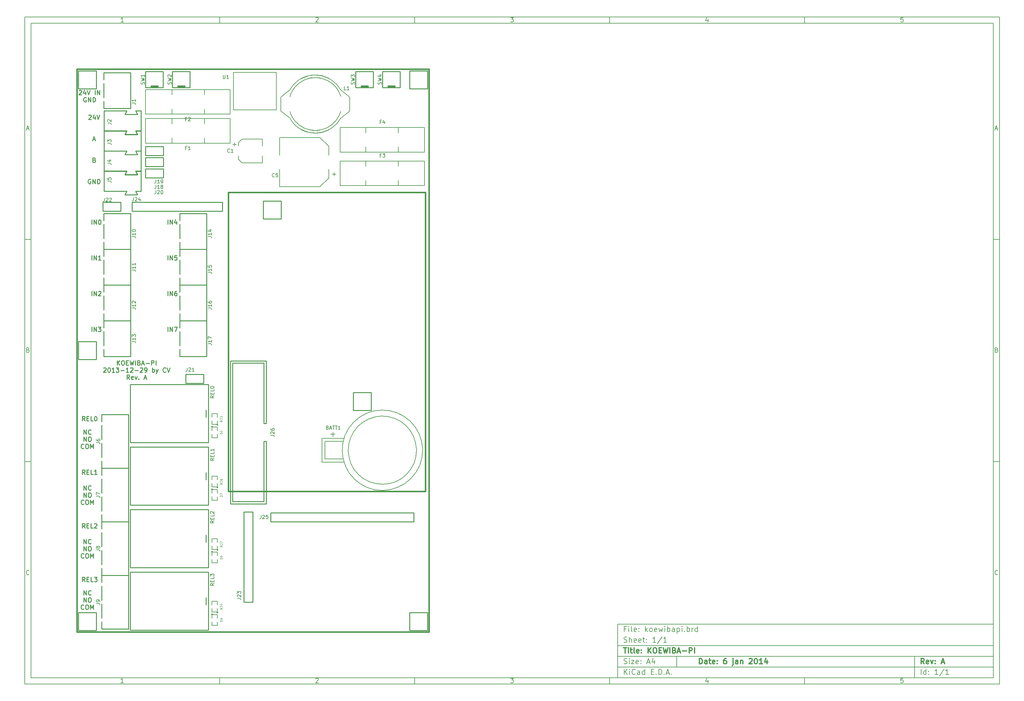
<source format=gto>
G04 (created by PCBNEW-RS274X (2011-05-25)-stable) date Mo 06 Jan 2014 14:30:27 CET*
G01*
G70*
G90*
%MOIN*%
G04 Gerber Fmt 3.4, Leading zero omitted, Abs format*
%FSLAX34Y34*%
G04 APERTURE LIST*
%ADD10C,0.006000*%
%ADD11C,0.012000*%
%ADD12C,0.010000*%
%ADD13C,0.015000*%
%ADD14C,0.008000*%
%ADD15C,0.005000*%
%ADD16C,0.004000*%
G04 APERTURE END LIST*
G54D10*
X04000Y-04000D02*
X113000Y-04000D01*
X113000Y-78670D01*
X04000Y-78670D01*
X04000Y-04000D01*
X04700Y-04700D02*
X112300Y-04700D01*
X112300Y-77970D01*
X04700Y-77970D01*
X04700Y-04700D01*
X25800Y-04000D02*
X25800Y-04700D01*
X15043Y-04552D02*
X14757Y-04552D01*
X14900Y-04552D02*
X14900Y-04052D01*
X14852Y-04124D01*
X14805Y-04171D01*
X14757Y-04195D01*
X25800Y-78670D02*
X25800Y-77970D01*
X15043Y-78522D02*
X14757Y-78522D01*
X14900Y-78522D02*
X14900Y-78022D01*
X14852Y-78094D01*
X14805Y-78141D01*
X14757Y-78165D01*
X47600Y-04000D02*
X47600Y-04700D01*
X36557Y-04100D02*
X36581Y-04076D01*
X36629Y-04052D01*
X36748Y-04052D01*
X36795Y-04076D01*
X36819Y-04100D01*
X36843Y-04148D01*
X36843Y-04195D01*
X36819Y-04267D01*
X36533Y-04552D01*
X36843Y-04552D01*
X47600Y-78670D02*
X47600Y-77970D01*
X36557Y-78070D02*
X36581Y-78046D01*
X36629Y-78022D01*
X36748Y-78022D01*
X36795Y-78046D01*
X36819Y-78070D01*
X36843Y-78118D01*
X36843Y-78165D01*
X36819Y-78237D01*
X36533Y-78522D01*
X36843Y-78522D01*
X69400Y-04000D02*
X69400Y-04700D01*
X58333Y-04052D02*
X58643Y-04052D01*
X58476Y-04243D01*
X58548Y-04243D01*
X58595Y-04267D01*
X58619Y-04290D01*
X58643Y-04338D01*
X58643Y-04457D01*
X58619Y-04505D01*
X58595Y-04529D01*
X58548Y-04552D01*
X58405Y-04552D01*
X58357Y-04529D01*
X58333Y-04505D01*
X69400Y-78670D02*
X69400Y-77970D01*
X58333Y-78022D02*
X58643Y-78022D01*
X58476Y-78213D01*
X58548Y-78213D01*
X58595Y-78237D01*
X58619Y-78260D01*
X58643Y-78308D01*
X58643Y-78427D01*
X58619Y-78475D01*
X58595Y-78499D01*
X58548Y-78522D01*
X58405Y-78522D01*
X58357Y-78499D01*
X58333Y-78475D01*
X91200Y-04000D02*
X91200Y-04700D01*
X80395Y-04219D02*
X80395Y-04552D01*
X80276Y-04029D02*
X80157Y-04386D01*
X80467Y-04386D01*
X91200Y-78670D02*
X91200Y-77970D01*
X80395Y-78189D02*
X80395Y-78522D01*
X80276Y-77999D02*
X80157Y-78356D01*
X80467Y-78356D01*
X102219Y-04052D02*
X101981Y-04052D01*
X101957Y-04290D01*
X101981Y-04267D01*
X102029Y-04243D01*
X102148Y-04243D01*
X102195Y-04267D01*
X102219Y-04290D01*
X102243Y-04338D01*
X102243Y-04457D01*
X102219Y-04505D01*
X102195Y-04529D01*
X102148Y-04552D01*
X102029Y-04552D01*
X101981Y-04529D01*
X101957Y-04505D01*
X102219Y-78022D02*
X101981Y-78022D01*
X101957Y-78260D01*
X101981Y-78237D01*
X102029Y-78213D01*
X102148Y-78213D01*
X102195Y-78237D01*
X102219Y-78260D01*
X102243Y-78308D01*
X102243Y-78427D01*
X102219Y-78475D01*
X102195Y-78499D01*
X102148Y-78522D01*
X102029Y-78522D01*
X101981Y-78499D01*
X101957Y-78475D01*
X04000Y-28890D02*
X04700Y-28890D01*
X04231Y-16510D02*
X04469Y-16510D01*
X04184Y-16652D02*
X04350Y-16152D01*
X04517Y-16652D01*
X113000Y-28890D02*
X112300Y-28890D01*
X112531Y-16510D02*
X112769Y-16510D01*
X112484Y-16652D02*
X112650Y-16152D01*
X112817Y-16652D01*
X04000Y-53780D02*
X04700Y-53780D01*
X04386Y-41280D02*
X04457Y-41304D01*
X04481Y-41328D01*
X04505Y-41376D01*
X04505Y-41447D01*
X04481Y-41495D01*
X04457Y-41519D01*
X04410Y-41542D01*
X04219Y-41542D01*
X04219Y-41042D01*
X04386Y-41042D01*
X04433Y-41066D01*
X04457Y-41090D01*
X04481Y-41138D01*
X04481Y-41185D01*
X04457Y-41233D01*
X04433Y-41257D01*
X04386Y-41280D01*
X04219Y-41280D01*
X113000Y-53780D02*
X112300Y-53780D01*
X112686Y-41280D02*
X112757Y-41304D01*
X112781Y-41328D01*
X112805Y-41376D01*
X112805Y-41447D01*
X112781Y-41495D01*
X112757Y-41519D01*
X112710Y-41542D01*
X112519Y-41542D01*
X112519Y-41042D01*
X112686Y-41042D01*
X112733Y-41066D01*
X112757Y-41090D01*
X112781Y-41138D01*
X112781Y-41185D01*
X112757Y-41233D01*
X112733Y-41257D01*
X112686Y-41280D01*
X112519Y-41280D01*
X04505Y-66385D02*
X04481Y-66409D01*
X04410Y-66432D01*
X04362Y-66432D01*
X04290Y-66409D01*
X04243Y-66361D01*
X04219Y-66313D01*
X04195Y-66218D01*
X04195Y-66147D01*
X04219Y-66051D01*
X04243Y-66004D01*
X04290Y-65956D01*
X04362Y-65932D01*
X04410Y-65932D01*
X04481Y-65956D01*
X04505Y-65980D01*
X112805Y-66385D02*
X112781Y-66409D01*
X112710Y-66432D01*
X112662Y-66432D01*
X112590Y-66409D01*
X112543Y-66361D01*
X112519Y-66313D01*
X112495Y-66218D01*
X112495Y-66147D01*
X112519Y-66051D01*
X112543Y-66004D01*
X112590Y-65956D01*
X112662Y-65932D01*
X112710Y-65932D01*
X112781Y-65956D01*
X112805Y-65980D01*
G54D11*
X79443Y-76413D02*
X79443Y-75813D01*
X79586Y-75813D01*
X79671Y-75841D01*
X79729Y-75899D01*
X79757Y-75956D01*
X79786Y-76070D01*
X79786Y-76156D01*
X79757Y-76270D01*
X79729Y-76327D01*
X79671Y-76384D01*
X79586Y-76413D01*
X79443Y-76413D01*
X80300Y-76413D02*
X80300Y-76099D01*
X80271Y-76041D01*
X80214Y-76013D01*
X80100Y-76013D01*
X80043Y-76041D01*
X80300Y-76384D02*
X80243Y-76413D01*
X80100Y-76413D01*
X80043Y-76384D01*
X80014Y-76327D01*
X80014Y-76270D01*
X80043Y-76213D01*
X80100Y-76184D01*
X80243Y-76184D01*
X80300Y-76156D01*
X80500Y-76013D02*
X80729Y-76013D01*
X80586Y-75813D02*
X80586Y-76327D01*
X80614Y-76384D01*
X80672Y-76413D01*
X80729Y-76413D01*
X81157Y-76384D02*
X81100Y-76413D01*
X80986Y-76413D01*
X80929Y-76384D01*
X80900Y-76327D01*
X80900Y-76099D01*
X80929Y-76041D01*
X80986Y-76013D01*
X81100Y-76013D01*
X81157Y-76041D01*
X81186Y-76099D01*
X81186Y-76156D01*
X80900Y-76213D01*
X81443Y-76356D02*
X81471Y-76384D01*
X81443Y-76413D01*
X81414Y-76384D01*
X81443Y-76356D01*
X81443Y-76413D01*
X81443Y-76041D02*
X81471Y-76070D01*
X81443Y-76099D01*
X81414Y-76070D01*
X81443Y-76041D01*
X81443Y-76099D01*
X82443Y-75813D02*
X82329Y-75813D01*
X82272Y-75841D01*
X82243Y-75870D01*
X82186Y-75956D01*
X82157Y-76070D01*
X82157Y-76299D01*
X82186Y-76356D01*
X82214Y-76384D01*
X82272Y-76413D01*
X82386Y-76413D01*
X82443Y-76384D01*
X82472Y-76356D01*
X82500Y-76299D01*
X82500Y-76156D01*
X82472Y-76099D01*
X82443Y-76070D01*
X82386Y-76041D01*
X82272Y-76041D01*
X82214Y-76070D01*
X82186Y-76099D01*
X82157Y-76156D01*
X83214Y-76013D02*
X83214Y-76527D01*
X83185Y-76584D01*
X83128Y-76613D01*
X83100Y-76613D01*
X83214Y-75813D02*
X83185Y-75841D01*
X83214Y-75870D01*
X83242Y-75841D01*
X83214Y-75813D01*
X83214Y-75870D01*
X83757Y-76413D02*
X83757Y-76099D01*
X83728Y-76041D01*
X83671Y-76013D01*
X83557Y-76013D01*
X83500Y-76041D01*
X83757Y-76384D02*
X83700Y-76413D01*
X83557Y-76413D01*
X83500Y-76384D01*
X83471Y-76327D01*
X83471Y-76270D01*
X83500Y-76213D01*
X83557Y-76184D01*
X83700Y-76184D01*
X83757Y-76156D01*
X84043Y-76013D02*
X84043Y-76413D01*
X84043Y-76070D02*
X84071Y-76041D01*
X84129Y-76013D01*
X84214Y-76013D01*
X84271Y-76041D01*
X84300Y-76099D01*
X84300Y-76413D01*
X85014Y-75870D02*
X85043Y-75841D01*
X85100Y-75813D01*
X85243Y-75813D01*
X85300Y-75841D01*
X85329Y-75870D01*
X85357Y-75927D01*
X85357Y-75984D01*
X85329Y-76070D01*
X84986Y-76413D01*
X85357Y-76413D01*
X85728Y-75813D02*
X85785Y-75813D01*
X85842Y-75841D01*
X85871Y-75870D01*
X85900Y-75927D01*
X85928Y-76041D01*
X85928Y-76184D01*
X85900Y-76299D01*
X85871Y-76356D01*
X85842Y-76384D01*
X85785Y-76413D01*
X85728Y-76413D01*
X85671Y-76384D01*
X85642Y-76356D01*
X85614Y-76299D01*
X85585Y-76184D01*
X85585Y-76041D01*
X85614Y-75927D01*
X85642Y-75870D01*
X85671Y-75841D01*
X85728Y-75813D01*
X86499Y-76413D02*
X86156Y-76413D01*
X86328Y-76413D02*
X86328Y-75813D01*
X86271Y-75899D01*
X86213Y-75956D01*
X86156Y-75984D01*
X87013Y-76013D02*
X87013Y-76413D01*
X86870Y-75784D02*
X86727Y-76213D01*
X87099Y-76213D01*
G54D10*
X71043Y-77613D02*
X71043Y-77013D01*
X71386Y-77613D02*
X71129Y-77270D01*
X71386Y-77013D02*
X71043Y-77356D01*
X71643Y-77613D02*
X71643Y-77213D01*
X71643Y-77013D02*
X71614Y-77041D01*
X71643Y-77070D01*
X71671Y-77041D01*
X71643Y-77013D01*
X71643Y-77070D01*
X72272Y-77556D02*
X72243Y-77584D01*
X72157Y-77613D01*
X72100Y-77613D01*
X72015Y-77584D01*
X71957Y-77527D01*
X71929Y-77470D01*
X71900Y-77356D01*
X71900Y-77270D01*
X71929Y-77156D01*
X71957Y-77099D01*
X72015Y-77041D01*
X72100Y-77013D01*
X72157Y-77013D01*
X72243Y-77041D01*
X72272Y-77070D01*
X72786Y-77613D02*
X72786Y-77299D01*
X72757Y-77241D01*
X72700Y-77213D01*
X72586Y-77213D01*
X72529Y-77241D01*
X72786Y-77584D02*
X72729Y-77613D01*
X72586Y-77613D01*
X72529Y-77584D01*
X72500Y-77527D01*
X72500Y-77470D01*
X72529Y-77413D01*
X72586Y-77384D01*
X72729Y-77384D01*
X72786Y-77356D01*
X73329Y-77613D02*
X73329Y-77013D01*
X73329Y-77584D02*
X73272Y-77613D01*
X73158Y-77613D01*
X73100Y-77584D01*
X73072Y-77556D01*
X73043Y-77499D01*
X73043Y-77327D01*
X73072Y-77270D01*
X73100Y-77241D01*
X73158Y-77213D01*
X73272Y-77213D01*
X73329Y-77241D01*
X74072Y-77299D02*
X74272Y-77299D01*
X74358Y-77613D02*
X74072Y-77613D01*
X74072Y-77013D01*
X74358Y-77013D01*
X74615Y-77556D02*
X74643Y-77584D01*
X74615Y-77613D01*
X74586Y-77584D01*
X74615Y-77556D01*
X74615Y-77613D01*
X74901Y-77613D02*
X74901Y-77013D01*
X75044Y-77013D01*
X75129Y-77041D01*
X75187Y-77099D01*
X75215Y-77156D01*
X75244Y-77270D01*
X75244Y-77356D01*
X75215Y-77470D01*
X75187Y-77527D01*
X75129Y-77584D01*
X75044Y-77613D01*
X74901Y-77613D01*
X75501Y-77556D02*
X75529Y-77584D01*
X75501Y-77613D01*
X75472Y-77584D01*
X75501Y-77556D01*
X75501Y-77613D01*
X75758Y-77441D02*
X76044Y-77441D01*
X75701Y-77613D02*
X75901Y-77013D01*
X76101Y-77613D01*
X76301Y-77556D02*
X76329Y-77584D01*
X76301Y-77613D01*
X76272Y-77584D01*
X76301Y-77556D01*
X76301Y-77613D01*
G54D11*
X104586Y-76413D02*
X104386Y-76127D01*
X104243Y-76413D02*
X104243Y-75813D01*
X104471Y-75813D01*
X104529Y-75841D01*
X104557Y-75870D01*
X104586Y-75927D01*
X104586Y-76013D01*
X104557Y-76070D01*
X104529Y-76099D01*
X104471Y-76127D01*
X104243Y-76127D01*
X105071Y-76384D02*
X105014Y-76413D01*
X104900Y-76413D01*
X104843Y-76384D01*
X104814Y-76327D01*
X104814Y-76099D01*
X104843Y-76041D01*
X104900Y-76013D01*
X105014Y-76013D01*
X105071Y-76041D01*
X105100Y-76099D01*
X105100Y-76156D01*
X104814Y-76213D01*
X105300Y-76013D02*
X105443Y-76413D01*
X105585Y-76013D01*
X105814Y-76356D02*
X105842Y-76384D01*
X105814Y-76413D01*
X105785Y-76384D01*
X105814Y-76356D01*
X105814Y-76413D01*
X105814Y-76041D02*
X105842Y-76070D01*
X105814Y-76099D01*
X105785Y-76070D01*
X105814Y-76041D01*
X105814Y-76099D01*
X106528Y-76241D02*
X106814Y-76241D01*
X106471Y-76413D02*
X106671Y-75813D01*
X106871Y-76413D01*
G54D10*
X71014Y-76384D02*
X71100Y-76413D01*
X71243Y-76413D01*
X71300Y-76384D01*
X71329Y-76356D01*
X71357Y-76299D01*
X71357Y-76241D01*
X71329Y-76184D01*
X71300Y-76156D01*
X71243Y-76127D01*
X71129Y-76099D01*
X71071Y-76070D01*
X71043Y-76041D01*
X71014Y-75984D01*
X71014Y-75927D01*
X71043Y-75870D01*
X71071Y-75841D01*
X71129Y-75813D01*
X71271Y-75813D01*
X71357Y-75841D01*
X71614Y-76413D02*
X71614Y-76013D01*
X71614Y-75813D02*
X71585Y-75841D01*
X71614Y-75870D01*
X71642Y-75841D01*
X71614Y-75813D01*
X71614Y-75870D01*
X71843Y-76013D02*
X72157Y-76013D01*
X71843Y-76413D01*
X72157Y-76413D01*
X72614Y-76384D02*
X72557Y-76413D01*
X72443Y-76413D01*
X72386Y-76384D01*
X72357Y-76327D01*
X72357Y-76099D01*
X72386Y-76041D01*
X72443Y-76013D01*
X72557Y-76013D01*
X72614Y-76041D01*
X72643Y-76099D01*
X72643Y-76156D01*
X72357Y-76213D01*
X72900Y-76356D02*
X72928Y-76384D01*
X72900Y-76413D01*
X72871Y-76384D01*
X72900Y-76356D01*
X72900Y-76413D01*
X72900Y-76041D02*
X72928Y-76070D01*
X72900Y-76099D01*
X72871Y-76070D01*
X72900Y-76041D01*
X72900Y-76099D01*
X73614Y-76241D02*
X73900Y-76241D01*
X73557Y-76413D02*
X73757Y-75813D01*
X73957Y-76413D01*
X74414Y-76013D02*
X74414Y-76413D01*
X74271Y-75784D02*
X74128Y-76213D01*
X74500Y-76213D01*
X104243Y-77613D02*
X104243Y-77013D01*
X104786Y-77613D02*
X104786Y-77013D01*
X104786Y-77584D02*
X104729Y-77613D01*
X104615Y-77613D01*
X104557Y-77584D01*
X104529Y-77556D01*
X104500Y-77499D01*
X104500Y-77327D01*
X104529Y-77270D01*
X104557Y-77241D01*
X104615Y-77213D01*
X104729Y-77213D01*
X104786Y-77241D01*
X105072Y-77556D02*
X105100Y-77584D01*
X105072Y-77613D01*
X105043Y-77584D01*
X105072Y-77556D01*
X105072Y-77613D01*
X105072Y-77241D02*
X105100Y-77270D01*
X105072Y-77299D01*
X105043Y-77270D01*
X105072Y-77241D01*
X105072Y-77299D01*
X106129Y-77613D02*
X105786Y-77613D01*
X105958Y-77613D02*
X105958Y-77013D01*
X105901Y-77099D01*
X105843Y-77156D01*
X105786Y-77184D01*
X106814Y-76984D02*
X106300Y-77756D01*
X107329Y-77613D02*
X106986Y-77613D01*
X107158Y-77613D02*
X107158Y-77013D01*
X107101Y-77099D01*
X107043Y-77156D01*
X106986Y-77184D01*
G54D11*
X70957Y-74613D02*
X71300Y-74613D01*
X71129Y-75213D02*
X71129Y-74613D01*
X71500Y-75213D02*
X71500Y-74813D01*
X71500Y-74613D02*
X71471Y-74641D01*
X71500Y-74670D01*
X71528Y-74641D01*
X71500Y-74613D01*
X71500Y-74670D01*
X71700Y-74813D02*
X71929Y-74813D01*
X71786Y-74613D02*
X71786Y-75127D01*
X71814Y-75184D01*
X71872Y-75213D01*
X71929Y-75213D01*
X72215Y-75213D02*
X72157Y-75184D01*
X72129Y-75127D01*
X72129Y-74613D01*
X72671Y-75184D02*
X72614Y-75213D01*
X72500Y-75213D01*
X72443Y-75184D01*
X72414Y-75127D01*
X72414Y-74899D01*
X72443Y-74841D01*
X72500Y-74813D01*
X72614Y-74813D01*
X72671Y-74841D01*
X72700Y-74899D01*
X72700Y-74956D01*
X72414Y-75013D01*
X72957Y-75156D02*
X72985Y-75184D01*
X72957Y-75213D01*
X72928Y-75184D01*
X72957Y-75156D01*
X72957Y-75213D01*
X72957Y-74841D02*
X72985Y-74870D01*
X72957Y-74899D01*
X72928Y-74870D01*
X72957Y-74841D01*
X72957Y-74899D01*
X73700Y-75213D02*
X73700Y-74613D01*
X74043Y-75213D02*
X73786Y-74870D01*
X74043Y-74613D02*
X73700Y-74956D01*
X74414Y-74613D02*
X74528Y-74613D01*
X74586Y-74641D01*
X74643Y-74699D01*
X74671Y-74813D01*
X74671Y-75013D01*
X74643Y-75127D01*
X74586Y-75184D01*
X74528Y-75213D01*
X74414Y-75213D01*
X74357Y-75184D01*
X74300Y-75127D01*
X74271Y-75013D01*
X74271Y-74813D01*
X74300Y-74699D01*
X74357Y-74641D01*
X74414Y-74613D01*
X74929Y-74899D02*
X75129Y-74899D01*
X75215Y-75213D02*
X74929Y-75213D01*
X74929Y-74613D01*
X75215Y-74613D01*
X75415Y-74613D02*
X75558Y-75213D01*
X75672Y-74784D01*
X75786Y-75213D01*
X75929Y-74613D01*
X76158Y-75213D02*
X76158Y-74613D01*
X76644Y-74899D02*
X76730Y-74927D01*
X76758Y-74956D01*
X76787Y-75013D01*
X76787Y-75099D01*
X76758Y-75156D01*
X76730Y-75184D01*
X76672Y-75213D01*
X76444Y-75213D01*
X76444Y-74613D01*
X76644Y-74613D01*
X76701Y-74641D01*
X76730Y-74670D01*
X76758Y-74727D01*
X76758Y-74784D01*
X76730Y-74841D01*
X76701Y-74870D01*
X76644Y-74899D01*
X76444Y-74899D01*
X77015Y-75041D02*
X77301Y-75041D01*
X76958Y-75213D02*
X77158Y-74613D01*
X77358Y-75213D01*
X77558Y-74984D02*
X78015Y-74984D01*
X78301Y-75213D02*
X78301Y-74613D01*
X78529Y-74613D01*
X78587Y-74641D01*
X78615Y-74670D01*
X78644Y-74727D01*
X78644Y-74813D01*
X78615Y-74870D01*
X78587Y-74899D01*
X78529Y-74927D01*
X78301Y-74927D01*
X78901Y-75213D02*
X78901Y-74613D01*
G54D10*
X71243Y-72499D02*
X71043Y-72499D01*
X71043Y-72813D02*
X71043Y-72213D01*
X71329Y-72213D01*
X71557Y-72813D02*
X71557Y-72413D01*
X71557Y-72213D02*
X71528Y-72241D01*
X71557Y-72270D01*
X71585Y-72241D01*
X71557Y-72213D01*
X71557Y-72270D01*
X71929Y-72813D02*
X71871Y-72784D01*
X71843Y-72727D01*
X71843Y-72213D01*
X72385Y-72784D02*
X72328Y-72813D01*
X72214Y-72813D01*
X72157Y-72784D01*
X72128Y-72727D01*
X72128Y-72499D01*
X72157Y-72441D01*
X72214Y-72413D01*
X72328Y-72413D01*
X72385Y-72441D01*
X72414Y-72499D01*
X72414Y-72556D01*
X72128Y-72613D01*
X72671Y-72756D02*
X72699Y-72784D01*
X72671Y-72813D01*
X72642Y-72784D01*
X72671Y-72756D01*
X72671Y-72813D01*
X72671Y-72441D02*
X72699Y-72470D01*
X72671Y-72499D01*
X72642Y-72470D01*
X72671Y-72441D01*
X72671Y-72499D01*
X73414Y-72813D02*
X73414Y-72213D01*
X73471Y-72584D02*
X73642Y-72813D01*
X73642Y-72413D02*
X73414Y-72641D01*
X73986Y-72813D02*
X73928Y-72784D01*
X73900Y-72756D01*
X73871Y-72699D01*
X73871Y-72527D01*
X73900Y-72470D01*
X73928Y-72441D01*
X73986Y-72413D01*
X74071Y-72413D01*
X74128Y-72441D01*
X74157Y-72470D01*
X74186Y-72527D01*
X74186Y-72699D01*
X74157Y-72756D01*
X74128Y-72784D01*
X74071Y-72813D01*
X73986Y-72813D01*
X74671Y-72784D02*
X74614Y-72813D01*
X74500Y-72813D01*
X74443Y-72784D01*
X74414Y-72727D01*
X74414Y-72499D01*
X74443Y-72441D01*
X74500Y-72413D01*
X74614Y-72413D01*
X74671Y-72441D01*
X74700Y-72499D01*
X74700Y-72556D01*
X74414Y-72613D01*
X74900Y-72413D02*
X75014Y-72813D01*
X75128Y-72527D01*
X75243Y-72813D01*
X75357Y-72413D01*
X75586Y-72813D02*
X75586Y-72413D01*
X75586Y-72213D02*
X75557Y-72241D01*
X75586Y-72270D01*
X75614Y-72241D01*
X75586Y-72213D01*
X75586Y-72270D01*
X75872Y-72813D02*
X75872Y-72213D01*
X75872Y-72441D02*
X75929Y-72413D01*
X76043Y-72413D01*
X76100Y-72441D01*
X76129Y-72470D01*
X76158Y-72527D01*
X76158Y-72699D01*
X76129Y-72756D01*
X76100Y-72784D01*
X76043Y-72813D01*
X75929Y-72813D01*
X75872Y-72784D01*
X76672Y-72813D02*
X76672Y-72499D01*
X76643Y-72441D01*
X76586Y-72413D01*
X76472Y-72413D01*
X76415Y-72441D01*
X76672Y-72784D02*
X76615Y-72813D01*
X76472Y-72813D01*
X76415Y-72784D01*
X76386Y-72727D01*
X76386Y-72670D01*
X76415Y-72613D01*
X76472Y-72584D01*
X76615Y-72584D01*
X76672Y-72556D01*
X76958Y-72413D02*
X76958Y-73013D01*
X76958Y-72441D02*
X77015Y-72413D01*
X77129Y-72413D01*
X77186Y-72441D01*
X77215Y-72470D01*
X77244Y-72527D01*
X77244Y-72699D01*
X77215Y-72756D01*
X77186Y-72784D01*
X77129Y-72813D01*
X77015Y-72813D01*
X76958Y-72784D01*
X77501Y-72813D02*
X77501Y-72413D01*
X77501Y-72213D02*
X77472Y-72241D01*
X77501Y-72270D01*
X77529Y-72241D01*
X77501Y-72213D01*
X77501Y-72270D01*
X77787Y-72756D02*
X77815Y-72784D01*
X77787Y-72813D01*
X77758Y-72784D01*
X77787Y-72756D01*
X77787Y-72813D01*
X78073Y-72813D02*
X78073Y-72213D01*
X78073Y-72441D02*
X78130Y-72413D01*
X78244Y-72413D01*
X78301Y-72441D01*
X78330Y-72470D01*
X78359Y-72527D01*
X78359Y-72699D01*
X78330Y-72756D01*
X78301Y-72784D01*
X78244Y-72813D01*
X78130Y-72813D01*
X78073Y-72784D01*
X78616Y-72813D02*
X78616Y-72413D01*
X78616Y-72527D02*
X78644Y-72470D01*
X78673Y-72441D01*
X78730Y-72413D01*
X78787Y-72413D01*
X79244Y-72813D02*
X79244Y-72213D01*
X79244Y-72784D02*
X79187Y-72813D01*
X79073Y-72813D01*
X79015Y-72784D01*
X78987Y-72756D01*
X78958Y-72699D01*
X78958Y-72527D01*
X78987Y-72470D01*
X79015Y-72441D01*
X79073Y-72413D01*
X79187Y-72413D01*
X79244Y-72441D01*
X71014Y-73984D02*
X71100Y-74013D01*
X71243Y-74013D01*
X71300Y-73984D01*
X71329Y-73956D01*
X71357Y-73899D01*
X71357Y-73841D01*
X71329Y-73784D01*
X71300Y-73756D01*
X71243Y-73727D01*
X71129Y-73699D01*
X71071Y-73670D01*
X71043Y-73641D01*
X71014Y-73584D01*
X71014Y-73527D01*
X71043Y-73470D01*
X71071Y-73441D01*
X71129Y-73413D01*
X71271Y-73413D01*
X71357Y-73441D01*
X71614Y-74013D02*
X71614Y-73413D01*
X71871Y-74013D02*
X71871Y-73699D01*
X71842Y-73641D01*
X71785Y-73613D01*
X71700Y-73613D01*
X71642Y-73641D01*
X71614Y-73670D01*
X72385Y-73984D02*
X72328Y-74013D01*
X72214Y-74013D01*
X72157Y-73984D01*
X72128Y-73927D01*
X72128Y-73699D01*
X72157Y-73641D01*
X72214Y-73613D01*
X72328Y-73613D01*
X72385Y-73641D01*
X72414Y-73699D01*
X72414Y-73756D01*
X72128Y-73813D01*
X72899Y-73984D02*
X72842Y-74013D01*
X72728Y-74013D01*
X72671Y-73984D01*
X72642Y-73927D01*
X72642Y-73699D01*
X72671Y-73641D01*
X72728Y-73613D01*
X72842Y-73613D01*
X72899Y-73641D01*
X72928Y-73699D01*
X72928Y-73756D01*
X72642Y-73813D01*
X73099Y-73613D02*
X73328Y-73613D01*
X73185Y-73413D02*
X73185Y-73927D01*
X73213Y-73984D01*
X73271Y-74013D01*
X73328Y-74013D01*
X73528Y-73956D02*
X73556Y-73984D01*
X73528Y-74013D01*
X73499Y-73984D01*
X73528Y-73956D01*
X73528Y-74013D01*
X73528Y-73641D02*
X73556Y-73670D01*
X73528Y-73699D01*
X73499Y-73670D01*
X73528Y-73641D01*
X73528Y-73699D01*
X74585Y-74013D02*
X74242Y-74013D01*
X74414Y-74013D02*
X74414Y-73413D01*
X74357Y-73499D01*
X74299Y-73556D01*
X74242Y-73584D01*
X75270Y-73384D02*
X74756Y-74156D01*
X75785Y-74013D02*
X75442Y-74013D01*
X75614Y-74013D02*
X75614Y-73413D01*
X75557Y-73499D01*
X75499Y-73556D01*
X75442Y-73584D01*
X70300Y-71970D02*
X70300Y-77970D01*
X70300Y-71970D02*
X112300Y-71970D01*
X70300Y-71970D02*
X112300Y-71970D01*
X70300Y-74370D02*
X112300Y-74370D01*
X103500Y-75570D02*
X103500Y-77970D01*
X70300Y-76770D02*
X112300Y-76770D01*
X70300Y-75570D02*
X112300Y-75570D01*
X76900Y-75570D02*
X76900Y-76770D01*
G54D12*
X10607Y-62952D02*
X10607Y-62452D01*
X10893Y-62952D01*
X10893Y-62452D01*
X11417Y-62905D02*
X11393Y-62929D01*
X11322Y-62952D01*
X11274Y-62952D01*
X11202Y-62929D01*
X11155Y-62881D01*
X11131Y-62833D01*
X11107Y-62738D01*
X11107Y-62667D01*
X11131Y-62571D01*
X11155Y-62524D01*
X11202Y-62476D01*
X11274Y-62452D01*
X11322Y-62452D01*
X11393Y-62476D01*
X11417Y-62500D01*
X10595Y-63752D02*
X10595Y-63252D01*
X10881Y-63752D01*
X10881Y-63252D01*
X11214Y-63252D02*
X11310Y-63252D01*
X11357Y-63276D01*
X11405Y-63324D01*
X11429Y-63419D01*
X11429Y-63586D01*
X11405Y-63681D01*
X11357Y-63729D01*
X11310Y-63752D01*
X11214Y-63752D01*
X11167Y-63729D01*
X11119Y-63681D01*
X11095Y-63586D01*
X11095Y-63419D01*
X11119Y-63324D01*
X11167Y-63276D01*
X11214Y-63252D01*
X10608Y-64505D02*
X10584Y-64529D01*
X10513Y-64552D01*
X10465Y-64552D01*
X10393Y-64529D01*
X10346Y-64481D01*
X10322Y-64433D01*
X10298Y-64338D01*
X10298Y-64267D01*
X10322Y-64171D01*
X10346Y-64124D01*
X10393Y-64076D01*
X10465Y-64052D01*
X10513Y-64052D01*
X10584Y-64076D01*
X10608Y-64100D01*
X10917Y-64052D02*
X11013Y-64052D01*
X11060Y-64076D01*
X11108Y-64124D01*
X11132Y-64219D01*
X11132Y-64386D01*
X11108Y-64481D01*
X11060Y-64529D01*
X11013Y-64552D01*
X10917Y-64552D01*
X10870Y-64529D01*
X10822Y-64481D01*
X10798Y-64386D01*
X10798Y-64219D01*
X10822Y-64124D01*
X10870Y-64076D01*
X10917Y-64052D01*
X11346Y-64552D02*
X11346Y-64052D01*
X11513Y-64410D01*
X11679Y-64052D01*
X11679Y-64552D01*
X10607Y-56952D02*
X10607Y-56452D01*
X10893Y-56952D01*
X10893Y-56452D01*
X11417Y-56905D02*
X11393Y-56929D01*
X11322Y-56952D01*
X11274Y-56952D01*
X11202Y-56929D01*
X11155Y-56881D01*
X11131Y-56833D01*
X11107Y-56738D01*
X11107Y-56667D01*
X11131Y-56571D01*
X11155Y-56524D01*
X11202Y-56476D01*
X11274Y-56452D01*
X11322Y-56452D01*
X11393Y-56476D01*
X11417Y-56500D01*
X10595Y-57752D02*
X10595Y-57252D01*
X10881Y-57752D01*
X10881Y-57252D01*
X11214Y-57252D02*
X11310Y-57252D01*
X11357Y-57276D01*
X11405Y-57324D01*
X11429Y-57419D01*
X11429Y-57586D01*
X11405Y-57681D01*
X11357Y-57729D01*
X11310Y-57752D01*
X11214Y-57752D01*
X11167Y-57729D01*
X11119Y-57681D01*
X11095Y-57586D01*
X11095Y-57419D01*
X11119Y-57324D01*
X11167Y-57276D01*
X11214Y-57252D01*
X10608Y-58505D02*
X10584Y-58529D01*
X10513Y-58552D01*
X10465Y-58552D01*
X10393Y-58529D01*
X10346Y-58481D01*
X10322Y-58433D01*
X10298Y-58338D01*
X10298Y-58267D01*
X10322Y-58171D01*
X10346Y-58124D01*
X10393Y-58076D01*
X10465Y-58052D01*
X10513Y-58052D01*
X10584Y-58076D01*
X10608Y-58100D01*
X10917Y-58052D02*
X11013Y-58052D01*
X11060Y-58076D01*
X11108Y-58124D01*
X11132Y-58219D01*
X11132Y-58386D01*
X11108Y-58481D01*
X11060Y-58529D01*
X11013Y-58552D01*
X10917Y-58552D01*
X10870Y-58529D01*
X10822Y-58481D01*
X10798Y-58386D01*
X10798Y-58219D01*
X10822Y-58124D01*
X10870Y-58076D01*
X10917Y-58052D01*
X11346Y-58552D02*
X11346Y-58052D01*
X11513Y-58410D01*
X11679Y-58052D01*
X11679Y-58552D01*
X10607Y-68702D02*
X10607Y-68202D01*
X10893Y-68702D01*
X10893Y-68202D01*
X11417Y-68655D02*
X11393Y-68679D01*
X11322Y-68702D01*
X11274Y-68702D01*
X11202Y-68679D01*
X11155Y-68631D01*
X11131Y-68583D01*
X11107Y-68488D01*
X11107Y-68417D01*
X11131Y-68321D01*
X11155Y-68274D01*
X11202Y-68226D01*
X11274Y-68202D01*
X11322Y-68202D01*
X11393Y-68226D01*
X11417Y-68250D01*
X10595Y-69502D02*
X10595Y-69002D01*
X10881Y-69502D01*
X10881Y-69002D01*
X11214Y-69002D02*
X11310Y-69002D01*
X11357Y-69026D01*
X11405Y-69074D01*
X11429Y-69169D01*
X11429Y-69336D01*
X11405Y-69431D01*
X11357Y-69479D01*
X11310Y-69502D01*
X11214Y-69502D01*
X11167Y-69479D01*
X11119Y-69431D01*
X11095Y-69336D01*
X11095Y-69169D01*
X11119Y-69074D01*
X11167Y-69026D01*
X11214Y-69002D01*
X10608Y-70255D02*
X10584Y-70279D01*
X10513Y-70302D01*
X10465Y-70302D01*
X10393Y-70279D01*
X10346Y-70231D01*
X10322Y-70183D01*
X10298Y-70088D01*
X10298Y-70017D01*
X10322Y-69921D01*
X10346Y-69874D01*
X10393Y-69826D01*
X10465Y-69802D01*
X10513Y-69802D01*
X10584Y-69826D01*
X10608Y-69850D01*
X10917Y-69802D02*
X11013Y-69802D01*
X11060Y-69826D01*
X11108Y-69874D01*
X11132Y-69969D01*
X11132Y-70136D01*
X11108Y-70231D01*
X11060Y-70279D01*
X11013Y-70302D01*
X10917Y-70302D01*
X10870Y-70279D01*
X10822Y-70231D01*
X10798Y-70136D01*
X10798Y-69969D01*
X10822Y-69874D01*
X10870Y-69826D01*
X10917Y-69802D01*
X11346Y-70302D02*
X11346Y-69802D01*
X11513Y-70160D01*
X11679Y-69802D01*
X11679Y-70302D01*
X10607Y-50702D02*
X10607Y-50202D01*
X10893Y-50702D01*
X10893Y-50202D01*
X11417Y-50655D02*
X11393Y-50679D01*
X11322Y-50702D01*
X11274Y-50702D01*
X11202Y-50679D01*
X11155Y-50631D01*
X11131Y-50583D01*
X11107Y-50488D01*
X11107Y-50417D01*
X11131Y-50321D01*
X11155Y-50274D01*
X11202Y-50226D01*
X11274Y-50202D01*
X11322Y-50202D01*
X11393Y-50226D01*
X11417Y-50250D01*
X10595Y-51502D02*
X10595Y-51002D01*
X10881Y-51502D01*
X10881Y-51002D01*
X11214Y-51002D02*
X11310Y-51002D01*
X11357Y-51026D01*
X11405Y-51074D01*
X11429Y-51169D01*
X11429Y-51336D01*
X11405Y-51431D01*
X11357Y-51479D01*
X11310Y-51502D01*
X11214Y-51502D01*
X11167Y-51479D01*
X11119Y-51431D01*
X11095Y-51336D01*
X11095Y-51169D01*
X11119Y-51074D01*
X11167Y-51026D01*
X11214Y-51002D01*
X10608Y-52255D02*
X10584Y-52279D01*
X10513Y-52302D01*
X10465Y-52302D01*
X10393Y-52279D01*
X10346Y-52231D01*
X10322Y-52183D01*
X10298Y-52088D01*
X10298Y-52017D01*
X10322Y-51921D01*
X10346Y-51874D01*
X10393Y-51826D01*
X10465Y-51802D01*
X10513Y-51802D01*
X10584Y-51826D01*
X10608Y-51850D01*
X10917Y-51802D02*
X11013Y-51802D01*
X11060Y-51826D01*
X11108Y-51874D01*
X11132Y-51969D01*
X11132Y-52136D01*
X11108Y-52231D01*
X11060Y-52279D01*
X11013Y-52302D01*
X10917Y-52302D01*
X10870Y-52279D01*
X10822Y-52231D01*
X10798Y-52136D01*
X10798Y-51969D01*
X10822Y-51874D01*
X10870Y-51826D01*
X10917Y-51802D01*
X11346Y-52302D02*
X11346Y-51802D01*
X11513Y-52160D01*
X11679Y-51802D01*
X11679Y-52302D01*
X14334Y-42952D02*
X14334Y-42452D01*
X14620Y-42952D02*
X14405Y-42667D01*
X14620Y-42452D02*
X14334Y-42738D01*
X14929Y-42452D02*
X15025Y-42452D01*
X15072Y-42476D01*
X15120Y-42524D01*
X15144Y-42619D01*
X15144Y-42786D01*
X15120Y-42881D01*
X15072Y-42929D01*
X15025Y-42952D01*
X14929Y-42952D01*
X14882Y-42929D01*
X14834Y-42881D01*
X14810Y-42786D01*
X14810Y-42619D01*
X14834Y-42524D01*
X14882Y-42476D01*
X14929Y-42452D01*
X15358Y-42690D02*
X15525Y-42690D01*
X15596Y-42952D02*
X15358Y-42952D01*
X15358Y-42452D01*
X15596Y-42452D01*
X15762Y-42452D02*
X15881Y-42952D01*
X15977Y-42595D01*
X16072Y-42952D01*
X16191Y-42452D01*
X16381Y-42952D02*
X16381Y-42452D01*
X16786Y-42690D02*
X16857Y-42714D01*
X16881Y-42738D01*
X16905Y-42786D01*
X16905Y-42857D01*
X16881Y-42905D01*
X16857Y-42929D01*
X16810Y-42952D01*
X16619Y-42952D01*
X16619Y-42452D01*
X16786Y-42452D01*
X16833Y-42476D01*
X16857Y-42500D01*
X16881Y-42548D01*
X16881Y-42595D01*
X16857Y-42643D01*
X16833Y-42667D01*
X16786Y-42690D01*
X16619Y-42690D01*
X17095Y-42810D02*
X17333Y-42810D01*
X17048Y-42952D02*
X17214Y-42452D01*
X17381Y-42952D01*
X17548Y-42762D02*
X17929Y-42762D01*
X18167Y-42952D02*
X18167Y-42452D01*
X18358Y-42452D01*
X18405Y-42476D01*
X18429Y-42500D01*
X18453Y-42548D01*
X18453Y-42619D01*
X18429Y-42667D01*
X18405Y-42690D01*
X18358Y-42714D01*
X18167Y-42714D01*
X18667Y-42952D02*
X18667Y-42452D01*
X12810Y-43300D02*
X12834Y-43276D01*
X12882Y-43252D01*
X13001Y-43252D01*
X13048Y-43276D01*
X13072Y-43300D01*
X13096Y-43348D01*
X13096Y-43395D01*
X13072Y-43467D01*
X12786Y-43752D01*
X13096Y-43752D01*
X13405Y-43252D02*
X13453Y-43252D01*
X13501Y-43276D01*
X13524Y-43300D01*
X13548Y-43348D01*
X13572Y-43443D01*
X13572Y-43562D01*
X13548Y-43657D01*
X13524Y-43705D01*
X13501Y-43729D01*
X13453Y-43752D01*
X13405Y-43752D01*
X13358Y-43729D01*
X13334Y-43705D01*
X13310Y-43657D01*
X13286Y-43562D01*
X13286Y-43443D01*
X13310Y-43348D01*
X13334Y-43300D01*
X13358Y-43276D01*
X13405Y-43252D01*
X14048Y-43752D02*
X13762Y-43752D01*
X13905Y-43752D02*
X13905Y-43252D01*
X13857Y-43324D01*
X13810Y-43371D01*
X13762Y-43395D01*
X14214Y-43252D02*
X14524Y-43252D01*
X14357Y-43443D01*
X14429Y-43443D01*
X14476Y-43467D01*
X14500Y-43490D01*
X14524Y-43538D01*
X14524Y-43657D01*
X14500Y-43705D01*
X14476Y-43729D01*
X14429Y-43752D01*
X14286Y-43752D01*
X14238Y-43729D01*
X14214Y-43705D01*
X14738Y-43562D02*
X15119Y-43562D01*
X15619Y-43752D02*
X15333Y-43752D01*
X15476Y-43752D02*
X15476Y-43252D01*
X15428Y-43324D01*
X15381Y-43371D01*
X15333Y-43395D01*
X15809Y-43300D02*
X15833Y-43276D01*
X15881Y-43252D01*
X16000Y-43252D01*
X16047Y-43276D01*
X16071Y-43300D01*
X16095Y-43348D01*
X16095Y-43395D01*
X16071Y-43467D01*
X15785Y-43752D01*
X16095Y-43752D01*
X16309Y-43562D02*
X16690Y-43562D01*
X16904Y-43300D02*
X16928Y-43276D01*
X16976Y-43252D01*
X17095Y-43252D01*
X17142Y-43276D01*
X17166Y-43300D01*
X17190Y-43348D01*
X17190Y-43395D01*
X17166Y-43467D01*
X16880Y-43752D01*
X17190Y-43752D01*
X17428Y-43752D02*
X17523Y-43752D01*
X17571Y-43729D01*
X17595Y-43705D01*
X17642Y-43633D01*
X17666Y-43538D01*
X17666Y-43348D01*
X17642Y-43300D01*
X17618Y-43276D01*
X17571Y-43252D01*
X17475Y-43252D01*
X17428Y-43276D01*
X17404Y-43300D01*
X17380Y-43348D01*
X17380Y-43467D01*
X17404Y-43514D01*
X17428Y-43538D01*
X17475Y-43562D01*
X17571Y-43562D01*
X17618Y-43538D01*
X17642Y-43514D01*
X17666Y-43467D01*
X18261Y-43752D02*
X18261Y-43252D01*
X18261Y-43443D02*
X18309Y-43419D01*
X18404Y-43419D01*
X18452Y-43443D01*
X18475Y-43467D01*
X18499Y-43514D01*
X18499Y-43657D01*
X18475Y-43705D01*
X18452Y-43729D01*
X18404Y-43752D01*
X18309Y-43752D01*
X18261Y-43729D01*
X18665Y-43419D02*
X18784Y-43752D01*
X18904Y-43419D02*
X18784Y-43752D01*
X18737Y-43871D01*
X18713Y-43895D01*
X18665Y-43919D01*
X19761Y-43705D02*
X19737Y-43729D01*
X19666Y-43752D01*
X19618Y-43752D01*
X19546Y-43729D01*
X19499Y-43681D01*
X19475Y-43633D01*
X19451Y-43538D01*
X19451Y-43467D01*
X19475Y-43371D01*
X19499Y-43324D01*
X19546Y-43276D01*
X19618Y-43252D01*
X19666Y-43252D01*
X19737Y-43276D01*
X19761Y-43300D01*
X19904Y-43252D02*
X20070Y-43752D01*
X20237Y-43252D01*
X15726Y-44552D02*
X15559Y-44314D01*
X15440Y-44552D02*
X15440Y-44052D01*
X15631Y-44052D01*
X15678Y-44076D01*
X15702Y-44100D01*
X15726Y-44148D01*
X15726Y-44219D01*
X15702Y-44267D01*
X15678Y-44290D01*
X15631Y-44314D01*
X15440Y-44314D01*
X16131Y-44529D02*
X16083Y-44552D01*
X15988Y-44552D01*
X15940Y-44529D01*
X15916Y-44481D01*
X15916Y-44290D01*
X15940Y-44243D01*
X15988Y-44219D01*
X16083Y-44219D01*
X16131Y-44243D01*
X16154Y-44290D01*
X16154Y-44338D01*
X15916Y-44386D01*
X16321Y-44219D02*
X16440Y-44552D01*
X16560Y-44219D01*
X16750Y-44505D02*
X16774Y-44529D01*
X16750Y-44552D01*
X16726Y-44529D01*
X16750Y-44505D01*
X16750Y-44552D01*
X17345Y-44410D02*
X17583Y-44410D01*
X17298Y-44552D02*
X17464Y-44052D01*
X17631Y-44552D01*
X10083Y-12250D02*
X10107Y-12226D01*
X10155Y-12202D01*
X10274Y-12202D01*
X10321Y-12226D01*
X10345Y-12250D01*
X10369Y-12298D01*
X10369Y-12345D01*
X10345Y-12417D01*
X10059Y-12702D01*
X10369Y-12702D01*
X10797Y-12369D02*
X10797Y-12702D01*
X10678Y-12179D02*
X10559Y-12536D01*
X10869Y-12536D01*
X10988Y-12202D02*
X11154Y-12702D01*
X11321Y-12202D01*
X11869Y-12702D02*
X11869Y-12202D01*
X12107Y-12702D02*
X12107Y-12202D01*
X12393Y-12702D01*
X12393Y-12202D01*
X10869Y-13026D02*
X10821Y-13002D01*
X10750Y-13002D01*
X10678Y-13026D01*
X10631Y-13074D01*
X10607Y-13121D01*
X10583Y-13217D01*
X10583Y-13288D01*
X10607Y-13383D01*
X10631Y-13431D01*
X10678Y-13479D01*
X10750Y-13502D01*
X10798Y-13502D01*
X10869Y-13479D01*
X10893Y-13455D01*
X10893Y-13288D01*
X10798Y-13288D01*
X11107Y-13502D02*
X11107Y-13002D01*
X11393Y-13502D01*
X11393Y-13002D01*
X11631Y-13502D02*
X11631Y-13002D01*
X11750Y-13002D01*
X11822Y-13026D01*
X11869Y-13074D01*
X11893Y-13121D01*
X11917Y-13217D01*
X11917Y-13288D01*
X11893Y-13383D01*
X11869Y-13431D01*
X11822Y-13479D01*
X11750Y-13502D01*
X11631Y-13502D01*
X11155Y-15000D02*
X11179Y-14976D01*
X11227Y-14952D01*
X11346Y-14952D01*
X11393Y-14976D01*
X11417Y-15000D01*
X11441Y-15048D01*
X11441Y-15095D01*
X11417Y-15167D01*
X11131Y-15452D01*
X11441Y-15452D01*
X11869Y-15119D02*
X11869Y-15452D01*
X11750Y-14929D02*
X11631Y-15286D01*
X11941Y-15286D01*
X12060Y-14952D02*
X12226Y-15452D01*
X12393Y-14952D01*
X11631Y-17710D02*
X11869Y-17710D01*
X11584Y-17852D02*
X11750Y-17352D01*
X11917Y-17852D01*
X11786Y-19990D02*
X11857Y-20014D01*
X11881Y-20038D01*
X11905Y-20086D01*
X11905Y-20157D01*
X11881Y-20205D01*
X11857Y-20229D01*
X11810Y-20252D01*
X11619Y-20252D01*
X11619Y-19752D01*
X11786Y-19752D01*
X11833Y-19776D01*
X11857Y-19800D01*
X11881Y-19848D01*
X11881Y-19895D01*
X11857Y-19943D01*
X11833Y-19967D01*
X11786Y-19990D01*
X11619Y-19990D01*
X11369Y-22176D02*
X11321Y-22152D01*
X11250Y-22152D01*
X11178Y-22176D01*
X11131Y-22224D01*
X11107Y-22271D01*
X11083Y-22367D01*
X11083Y-22438D01*
X11107Y-22533D01*
X11131Y-22581D01*
X11178Y-22629D01*
X11250Y-22652D01*
X11298Y-22652D01*
X11369Y-22629D01*
X11393Y-22605D01*
X11393Y-22438D01*
X11298Y-22438D01*
X11607Y-22652D02*
X11607Y-22152D01*
X11893Y-22652D01*
X11893Y-22152D01*
X12131Y-22652D02*
X12131Y-22152D01*
X12250Y-22152D01*
X12322Y-22176D01*
X12369Y-22224D01*
X12393Y-22271D01*
X12417Y-22367D01*
X12417Y-22438D01*
X12393Y-22533D01*
X12369Y-22581D01*
X12322Y-22629D01*
X12250Y-22652D01*
X12131Y-22652D01*
G54D13*
X26772Y-57087D02*
X26772Y-23622D01*
X48819Y-57087D02*
X26772Y-57087D01*
X48819Y-23622D02*
X48819Y-57087D01*
X26772Y-23622D02*
X48819Y-23622D01*
X09843Y-72834D02*
X09843Y-09842D01*
X49213Y-72835D02*
X09843Y-72835D01*
X49213Y-09843D02*
X49213Y-72835D01*
X09843Y-09843D02*
X49213Y-09843D01*
G54D12*
X12880Y-23510D02*
X15420Y-23510D01*
X17000Y-23510D02*
X16410Y-23510D01*
X12880Y-21250D02*
X15420Y-21250D01*
X17000Y-21250D02*
X16410Y-21250D01*
X16410Y-23510D02*
X16610Y-23910D01*
X16610Y-23910D02*
X15220Y-23910D01*
X15220Y-23910D02*
X15420Y-23510D01*
X16410Y-21250D02*
X16610Y-21650D01*
X16610Y-21650D02*
X15220Y-21650D01*
X15220Y-21650D02*
X15420Y-21250D01*
X17000Y-21250D02*
X17000Y-23510D01*
X12880Y-23510D02*
X12880Y-21250D01*
X12880Y-21260D02*
X15420Y-21260D01*
X17000Y-21260D02*
X16410Y-21260D01*
X12880Y-19000D02*
X15420Y-19000D01*
X17000Y-19000D02*
X16410Y-19000D01*
X16410Y-21260D02*
X16610Y-21660D01*
X16610Y-21660D02*
X15220Y-21660D01*
X15220Y-21660D02*
X15420Y-21260D01*
X16410Y-19000D02*
X16610Y-19400D01*
X16610Y-19400D02*
X15220Y-19400D01*
X15220Y-19400D02*
X15420Y-19000D01*
X17000Y-19000D02*
X17000Y-21260D01*
X12880Y-21260D02*
X12880Y-19000D01*
X12880Y-19010D02*
X15420Y-19010D01*
X17000Y-19010D02*
X16410Y-19010D01*
X12880Y-16750D02*
X15420Y-16750D01*
X17000Y-16750D02*
X16410Y-16750D01*
X16410Y-19010D02*
X16610Y-19410D01*
X16610Y-19410D02*
X15220Y-19410D01*
X15220Y-19410D02*
X15420Y-19010D01*
X16410Y-16750D02*
X16610Y-17150D01*
X16610Y-17150D02*
X15220Y-17150D01*
X15220Y-17150D02*
X15420Y-16750D01*
X17000Y-16750D02*
X17000Y-19010D01*
X12880Y-19010D02*
X12880Y-16750D01*
X12880Y-16760D02*
X15420Y-16760D01*
X17000Y-16760D02*
X16410Y-16760D01*
X12880Y-14500D02*
X15420Y-14500D01*
X17000Y-14500D02*
X16410Y-14500D01*
X16410Y-16760D02*
X16610Y-17160D01*
X16610Y-17160D02*
X15220Y-17160D01*
X15220Y-17160D02*
X15420Y-16760D01*
X16410Y-14500D02*
X16610Y-14900D01*
X16610Y-14900D02*
X15220Y-14900D01*
X15220Y-14900D02*
X15420Y-14500D01*
X17000Y-14500D02*
X17000Y-16760D01*
X12880Y-16760D02*
X12880Y-14500D01*
G54D14*
X32150Y-10200D02*
X32150Y-14400D01*
X32150Y-14400D02*
X27350Y-14400D01*
X27350Y-14400D02*
X27350Y-10200D01*
X27350Y-10200D02*
X32150Y-10200D01*
G54D15*
X25600Y-70650D02*
X25599Y-70659D01*
X25596Y-70669D01*
X25591Y-70677D01*
X25585Y-70685D01*
X25577Y-70691D01*
X25569Y-70696D01*
X25560Y-70698D01*
X25550Y-70699D01*
X25541Y-70699D01*
X25532Y-70696D01*
X25523Y-70691D01*
X25516Y-70685D01*
X25509Y-70678D01*
X25505Y-70669D01*
X25502Y-70660D01*
X25501Y-70650D01*
X25501Y-70641D01*
X25504Y-70632D01*
X25508Y-70623D01*
X25515Y-70616D01*
X25522Y-70609D01*
X25530Y-70605D01*
X25540Y-70602D01*
X25549Y-70601D01*
X25558Y-70601D01*
X25568Y-70604D01*
X25576Y-70608D01*
X25584Y-70614D01*
X25590Y-70622D01*
X25595Y-70630D01*
X25598Y-70639D01*
X25599Y-70649D01*
X25600Y-70650D01*
X25550Y-70200D02*
X25550Y-70600D01*
X25550Y-70600D02*
X24950Y-70600D01*
X24950Y-70600D02*
X24950Y-70200D01*
X24950Y-69800D02*
X24950Y-69400D01*
X24950Y-69400D02*
X25550Y-69400D01*
X25550Y-69400D02*
X25550Y-69800D01*
X25600Y-56650D02*
X25599Y-56659D01*
X25596Y-56669D01*
X25591Y-56677D01*
X25585Y-56685D01*
X25577Y-56691D01*
X25569Y-56696D01*
X25560Y-56698D01*
X25550Y-56699D01*
X25541Y-56699D01*
X25532Y-56696D01*
X25523Y-56691D01*
X25516Y-56685D01*
X25509Y-56678D01*
X25505Y-56669D01*
X25502Y-56660D01*
X25501Y-56650D01*
X25501Y-56641D01*
X25504Y-56632D01*
X25508Y-56623D01*
X25515Y-56616D01*
X25522Y-56609D01*
X25530Y-56605D01*
X25540Y-56602D01*
X25549Y-56601D01*
X25558Y-56601D01*
X25568Y-56604D01*
X25576Y-56608D01*
X25584Y-56614D01*
X25590Y-56622D01*
X25595Y-56630D01*
X25598Y-56639D01*
X25599Y-56649D01*
X25600Y-56650D01*
X25550Y-56200D02*
X25550Y-56600D01*
X25550Y-56600D02*
X24950Y-56600D01*
X24950Y-56600D02*
X24950Y-56200D01*
X24950Y-55800D02*
X24950Y-55400D01*
X24950Y-55400D02*
X25550Y-55400D01*
X25550Y-55400D02*
X25550Y-55800D01*
X25600Y-49650D02*
X25599Y-49659D01*
X25596Y-49669D01*
X25591Y-49677D01*
X25585Y-49685D01*
X25577Y-49691D01*
X25569Y-49696D01*
X25560Y-49698D01*
X25550Y-49699D01*
X25541Y-49699D01*
X25532Y-49696D01*
X25523Y-49691D01*
X25516Y-49685D01*
X25509Y-49678D01*
X25505Y-49669D01*
X25502Y-49660D01*
X25501Y-49650D01*
X25501Y-49641D01*
X25504Y-49632D01*
X25508Y-49623D01*
X25515Y-49616D01*
X25522Y-49609D01*
X25530Y-49605D01*
X25540Y-49602D01*
X25549Y-49601D01*
X25558Y-49601D01*
X25568Y-49604D01*
X25576Y-49608D01*
X25584Y-49614D01*
X25590Y-49622D01*
X25595Y-49630D01*
X25598Y-49639D01*
X25599Y-49649D01*
X25600Y-49650D01*
X25550Y-49200D02*
X25550Y-49600D01*
X25550Y-49600D02*
X24950Y-49600D01*
X24950Y-49600D02*
X24950Y-49200D01*
X24950Y-48800D02*
X24950Y-48400D01*
X24950Y-48400D02*
X25550Y-48400D01*
X25550Y-48400D02*
X25550Y-48800D01*
X25600Y-63650D02*
X25599Y-63659D01*
X25596Y-63669D01*
X25591Y-63677D01*
X25585Y-63685D01*
X25577Y-63691D01*
X25569Y-63696D01*
X25560Y-63698D01*
X25550Y-63699D01*
X25541Y-63699D01*
X25532Y-63696D01*
X25523Y-63691D01*
X25516Y-63685D01*
X25509Y-63678D01*
X25505Y-63669D01*
X25502Y-63660D01*
X25501Y-63650D01*
X25501Y-63641D01*
X25504Y-63632D01*
X25508Y-63623D01*
X25515Y-63616D01*
X25522Y-63609D01*
X25530Y-63605D01*
X25540Y-63602D01*
X25549Y-63601D01*
X25558Y-63601D01*
X25568Y-63604D01*
X25576Y-63608D01*
X25584Y-63614D01*
X25590Y-63622D01*
X25595Y-63630D01*
X25598Y-63639D01*
X25599Y-63649D01*
X25600Y-63650D01*
X25550Y-63200D02*
X25550Y-63600D01*
X25550Y-63600D02*
X24950Y-63600D01*
X24950Y-63600D02*
X24950Y-63200D01*
X24950Y-62800D02*
X24950Y-62400D01*
X24950Y-62400D02*
X25550Y-62400D01*
X25550Y-62400D02*
X25550Y-62800D01*
X25000Y-63850D02*
X24999Y-63859D01*
X24996Y-63869D01*
X24991Y-63877D01*
X24985Y-63885D01*
X24977Y-63891D01*
X24969Y-63896D01*
X24960Y-63898D01*
X24950Y-63899D01*
X24941Y-63899D01*
X24932Y-63896D01*
X24923Y-63891D01*
X24916Y-63885D01*
X24909Y-63878D01*
X24905Y-63869D01*
X24902Y-63860D01*
X24901Y-63850D01*
X24901Y-63841D01*
X24904Y-63832D01*
X24908Y-63823D01*
X24915Y-63816D01*
X24922Y-63809D01*
X24930Y-63805D01*
X24940Y-63802D01*
X24949Y-63801D01*
X24958Y-63801D01*
X24968Y-63804D01*
X24976Y-63808D01*
X24984Y-63814D01*
X24990Y-63822D01*
X24995Y-63830D01*
X24998Y-63839D01*
X24999Y-63849D01*
X25000Y-63850D01*
X24950Y-64300D02*
X24950Y-63900D01*
X24950Y-63900D02*
X25550Y-63900D01*
X25550Y-63900D02*
X25550Y-64300D01*
X25550Y-64700D02*
X25550Y-65100D01*
X25550Y-65100D02*
X24950Y-65100D01*
X24950Y-65100D02*
X24950Y-64700D01*
X25000Y-56850D02*
X24999Y-56859D01*
X24996Y-56869D01*
X24991Y-56877D01*
X24985Y-56885D01*
X24977Y-56891D01*
X24969Y-56896D01*
X24960Y-56898D01*
X24950Y-56899D01*
X24941Y-56899D01*
X24932Y-56896D01*
X24923Y-56891D01*
X24916Y-56885D01*
X24909Y-56878D01*
X24905Y-56869D01*
X24902Y-56860D01*
X24901Y-56850D01*
X24901Y-56841D01*
X24904Y-56832D01*
X24908Y-56823D01*
X24915Y-56816D01*
X24922Y-56809D01*
X24930Y-56805D01*
X24940Y-56802D01*
X24949Y-56801D01*
X24958Y-56801D01*
X24968Y-56804D01*
X24976Y-56808D01*
X24984Y-56814D01*
X24990Y-56822D01*
X24995Y-56830D01*
X24998Y-56839D01*
X24999Y-56849D01*
X25000Y-56850D01*
X24950Y-57300D02*
X24950Y-56900D01*
X24950Y-56900D02*
X25550Y-56900D01*
X25550Y-56900D02*
X25550Y-57300D01*
X25550Y-57700D02*
X25550Y-58100D01*
X25550Y-58100D02*
X24950Y-58100D01*
X24950Y-58100D02*
X24950Y-57700D01*
X25000Y-49850D02*
X24999Y-49859D01*
X24996Y-49869D01*
X24991Y-49877D01*
X24985Y-49885D01*
X24977Y-49891D01*
X24969Y-49896D01*
X24960Y-49898D01*
X24950Y-49899D01*
X24941Y-49899D01*
X24932Y-49896D01*
X24923Y-49891D01*
X24916Y-49885D01*
X24909Y-49878D01*
X24905Y-49869D01*
X24902Y-49860D01*
X24901Y-49850D01*
X24901Y-49841D01*
X24904Y-49832D01*
X24908Y-49823D01*
X24915Y-49816D01*
X24922Y-49809D01*
X24930Y-49805D01*
X24940Y-49802D01*
X24949Y-49801D01*
X24958Y-49801D01*
X24968Y-49804D01*
X24976Y-49808D01*
X24984Y-49814D01*
X24990Y-49822D01*
X24995Y-49830D01*
X24998Y-49839D01*
X24999Y-49849D01*
X25000Y-49850D01*
X24950Y-50300D02*
X24950Y-49900D01*
X24950Y-49900D02*
X25550Y-49900D01*
X25550Y-49900D02*
X25550Y-50300D01*
X25550Y-50700D02*
X25550Y-51100D01*
X25550Y-51100D02*
X24950Y-51100D01*
X24950Y-51100D02*
X24950Y-50700D01*
X25000Y-70850D02*
X24999Y-70859D01*
X24996Y-70869D01*
X24991Y-70877D01*
X24985Y-70885D01*
X24977Y-70891D01*
X24969Y-70896D01*
X24960Y-70898D01*
X24950Y-70899D01*
X24941Y-70899D01*
X24932Y-70896D01*
X24923Y-70891D01*
X24916Y-70885D01*
X24909Y-70878D01*
X24905Y-70869D01*
X24902Y-70860D01*
X24901Y-70850D01*
X24901Y-70841D01*
X24904Y-70832D01*
X24908Y-70823D01*
X24915Y-70816D01*
X24922Y-70809D01*
X24930Y-70805D01*
X24940Y-70802D01*
X24949Y-70801D01*
X24958Y-70801D01*
X24968Y-70804D01*
X24976Y-70808D01*
X24984Y-70814D01*
X24990Y-70822D01*
X24995Y-70830D01*
X24998Y-70839D01*
X24999Y-70849D01*
X25000Y-70850D01*
X24950Y-71300D02*
X24950Y-70900D01*
X24950Y-70900D02*
X25550Y-70900D01*
X25550Y-70900D02*
X25550Y-71300D01*
X25550Y-71700D02*
X25550Y-72100D01*
X25550Y-72100D02*
X24950Y-72100D01*
X24950Y-72100D02*
X24950Y-71700D01*
G54D14*
X32642Y-14537D02*
X33626Y-15285D01*
X33626Y-12215D02*
X32642Y-12963D01*
X33627Y-15284D02*
X33771Y-15529D01*
X33937Y-15760D01*
X34122Y-15976D01*
X34325Y-16174D01*
X34544Y-16355D01*
X34779Y-16515D01*
X35026Y-16655D01*
X35285Y-16772D01*
X35553Y-16867D01*
X35829Y-16937D01*
X36109Y-16984D01*
X36392Y-17006D01*
X36676Y-17003D01*
X36959Y-16975D01*
X37238Y-16923D01*
X37512Y-16846D01*
X37778Y-16746D01*
X38034Y-16623D01*
X39335Y-15325D02*
X40358Y-14537D01*
X40358Y-12963D02*
X39335Y-12175D01*
X39333Y-12173D02*
X39185Y-11932D01*
X39016Y-11705D01*
X38828Y-11494D01*
X38623Y-11299D01*
X38401Y-11124D01*
X38165Y-10968D01*
X37916Y-10833D01*
X37656Y-10721D01*
X37388Y-10632D01*
X37113Y-10566D01*
X36833Y-10525D01*
X36550Y-10508D01*
X36269Y-10516D01*
X35988Y-10548D01*
X35710Y-10605D01*
X35439Y-10686D01*
X35176Y-10790D01*
X34923Y-10917D01*
X34923Y-16583D02*
X35176Y-16710D01*
X35439Y-16814D01*
X35710Y-16895D01*
X35988Y-16952D01*
X36269Y-16984D01*
X36550Y-16992D01*
X36833Y-16975D01*
X37113Y-16934D01*
X37388Y-16868D01*
X37656Y-16779D01*
X37916Y-16667D01*
X38165Y-16532D01*
X38401Y-16376D01*
X38623Y-16201D01*
X38828Y-16006D01*
X39016Y-15795D01*
X39185Y-15568D01*
X39333Y-15327D01*
X38034Y-10877D02*
X37778Y-10754D01*
X37512Y-10654D01*
X37238Y-10577D01*
X36959Y-10525D01*
X36676Y-10497D01*
X36392Y-10494D01*
X36109Y-10516D01*
X35829Y-10563D01*
X35553Y-10633D01*
X35285Y-10728D01*
X35026Y-10845D01*
X34779Y-10985D01*
X34544Y-11145D01*
X34325Y-11326D01*
X34122Y-11524D01*
X33937Y-11740D01*
X33771Y-11971D01*
X33627Y-12216D01*
X32642Y-14537D02*
X32642Y-12963D01*
X40358Y-14537D02*
X40358Y-12963D01*
X35672Y-16584D02*
X35922Y-16645D01*
X36176Y-16685D01*
X36434Y-16702D01*
X36690Y-16696D01*
X36946Y-16669D01*
X37199Y-16618D01*
X37446Y-16547D01*
X37686Y-16453D01*
X37918Y-16340D01*
X38138Y-16206D01*
X38346Y-16054D01*
X38540Y-15884D01*
X38718Y-15698D01*
X38879Y-15498D01*
X39023Y-15284D01*
X39147Y-15058D01*
X39251Y-14822D01*
X39334Y-14578D01*
X33666Y-14578D02*
X33749Y-14822D01*
X33853Y-15058D01*
X33977Y-15284D01*
X34121Y-15498D01*
X34282Y-15698D01*
X34460Y-15884D01*
X34654Y-16054D01*
X34862Y-16206D01*
X35082Y-16340D01*
X35314Y-16453D01*
X35554Y-16547D01*
X35801Y-16618D01*
X36054Y-16669D01*
X36310Y-16696D01*
X36566Y-16702D01*
X36824Y-16685D01*
X37078Y-16645D01*
X37328Y-16584D01*
X39334Y-12884D02*
X39248Y-12640D01*
X39140Y-12405D01*
X39013Y-12180D01*
X38867Y-11967D01*
X38702Y-11767D01*
X38521Y-11583D01*
X38324Y-11415D01*
X38114Y-11265D01*
X37891Y-11133D01*
X37658Y-11022D01*
X37415Y-10932D01*
X37166Y-10862D01*
X36912Y-10815D01*
X36655Y-10791D01*
X36397Y-10788D01*
X36139Y-10809D01*
X35884Y-10851D01*
X35634Y-10916D01*
X37328Y-10916D02*
X37078Y-10855D01*
X36824Y-10815D01*
X36566Y-10798D01*
X36310Y-10804D01*
X36054Y-10831D01*
X35801Y-10882D01*
X35554Y-10953D01*
X35314Y-11047D01*
X35082Y-11160D01*
X34862Y-11294D01*
X34654Y-11446D01*
X34460Y-11616D01*
X34282Y-11802D01*
X34121Y-12002D01*
X33977Y-12216D01*
X33853Y-12442D01*
X33749Y-12678D01*
X33666Y-12922D01*
G54D12*
X45402Y-11787D02*
X45402Y-11689D01*
X45402Y-11689D02*
X44614Y-11689D01*
X44614Y-11689D02*
X44614Y-11787D01*
X44614Y-11787D02*
X45402Y-11787D01*
X44024Y-11886D02*
X45992Y-11886D01*
X45992Y-11886D02*
X45992Y-10114D01*
X45992Y-10114D02*
X44024Y-10114D01*
X44024Y-10114D02*
X44024Y-11886D01*
X42402Y-11787D02*
X42402Y-11689D01*
X42402Y-11689D02*
X41614Y-11689D01*
X41614Y-11689D02*
X41614Y-11787D01*
X41614Y-11787D02*
X42402Y-11787D01*
X41024Y-11886D02*
X42992Y-11886D01*
X42992Y-11886D02*
X42992Y-10114D01*
X42992Y-10114D02*
X41024Y-10114D01*
X41024Y-10114D02*
X41024Y-11886D01*
X21902Y-11787D02*
X21902Y-11689D01*
X21902Y-11689D02*
X21114Y-11689D01*
X21114Y-11689D02*
X21114Y-11787D01*
X21114Y-11787D02*
X21902Y-11787D01*
X20524Y-11886D02*
X22492Y-11886D01*
X22492Y-11886D02*
X22492Y-10114D01*
X22492Y-10114D02*
X20524Y-10114D01*
X20524Y-10114D02*
X20524Y-11886D01*
X18902Y-11787D02*
X18902Y-11689D01*
X18902Y-11689D02*
X18114Y-11689D01*
X18114Y-11689D02*
X18114Y-11787D01*
X18114Y-11787D02*
X18902Y-11787D01*
X17524Y-11886D02*
X19492Y-11886D01*
X19492Y-11886D02*
X19492Y-10114D01*
X19492Y-10114D02*
X17524Y-10114D01*
X17524Y-10114D02*
X17524Y-11886D01*
X24287Y-55787D02*
X24287Y-54999D01*
X24543Y-52145D02*
X15803Y-52145D01*
X15803Y-52145D02*
X15803Y-58641D01*
X15803Y-58641D02*
X24543Y-58641D01*
X24543Y-58641D02*
X24543Y-52145D01*
X24287Y-48787D02*
X24287Y-47999D01*
X24543Y-45145D02*
X15803Y-45145D01*
X15803Y-45145D02*
X15803Y-51641D01*
X15803Y-51641D02*
X24543Y-51641D01*
X24543Y-51641D02*
X24543Y-45145D01*
X24287Y-69787D02*
X24287Y-68999D01*
X24543Y-66145D02*
X15803Y-66145D01*
X15803Y-66145D02*
X15803Y-72641D01*
X15803Y-72641D02*
X24543Y-72641D01*
X24543Y-72641D02*
X24543Y-66145D01*
X24287Y-62787D02*
X24287Y-61999D01*
X24543Y-59145D02*
X15803Y-59145D01*
X15803Y-59145D02*
X15803Y-65641D01*
X15803Y-65641D02*
X24543Y-65641D01*
X24543Y-65641D02*
X24543Y-59145D01*
X17500Y-19750D02*
X19500Y-19750D01*
X19500Y-19750D02*
X19500Y-20750D01*
X19500Y-20750D02*
X17500Y-20750D01*
X17500Y-20750D02*
X17500Y-19750D01*
X17500Y-18500D02*
X19500Y-18500D01*
X19500Y-18500D02*
X19500Y-19500D01*
X19500Y-19500D02*
X17500Y-19500D01*
X17500Y-19500D02*
X17500Y-18500D01*
X17500Y-21000D02*
X19500Y-21000D01*
X19500Y-21000D02*
X19500Y-22000D01*
X19500Y-22000D02*
X17500Y-22000D01*
X17500Y-22000D02*
X17500Y-21000D01*
X22000Y-44000D02*
X24000Y-44000D01*
X24000Y-44000D02*
X24000Y-45000D01*
X24000Y-45000D02*
X22000Y-45000D01*
X22000Y-45000D02*
X22000Y-44000D01*
X12750Y-24750D02*
X14750Y-24750D01*
X14750Y-24750D02*
X14750Y-25750D01*
X14750Y-25750D02*
X12750Y-25750D01*
X12750Y-25750D02*
X12750Y-24750D01*
X31500Y-60500D02*
X31500Y-59500D01*
X31500Y-59500D02*
X47500Y-59500D01*
X47500Y-59500D02*
X47500Y-60500D01*
X47500Y-60500D02*
X31500Y-60500D01*
X28500Y-59400D02*
X29500Y-59400D01*
X29500Y-59400D02*
X29500Y-69500D01*
X29500Y-69500D02*
X28500Y-69500D01*
X28500Y-69500D02*
X28500Y-59400D01*
X29500Y-69500D02*
X28500Y-69500D01*
X26100Y-24750D02*
X26100Y-25750D01*
X26100Y-25750D02*
X16000Y-25750D01*
X16000Y-25750D02*
X16000Y-24750D01*
X16000Y-24750D02*
X26100Y-24750D01*
X16000Y-25750D02*
X16000Y-24750D01*
G54D14*
X37228Y-51161D02*
X37228Y-53839D01*
X37228Y-51161D02*
X39709Y-51161D01*
X37228Y-53839D02*
X39709Y-53839D01*
X47819Y-52500D02*
X47746Y-53241D01*
X47530Y-53955D01*
X47180Y-54613D01*
X46709Y-55190D01*
X46135Y-55666D01*
X45479Y-56020D01*
X44767Y-56240D01*
X44026Y-56318D01*
X43285Y-56251D01*
X42570Y-56040D01*
X41909Y-55695D01*
X41328Y-55228D01*
X40849Y-54657D01*
X40490Y-54004D01*
X40265Y-53294D01*
X40182Y-52553D01*
X40244Y-51811D01*
X40450Y-51095D01*
X40790Y-50432D01*
X41253Y-49848D01*
X41821Y-49365D01*
X42472Y-49001D01*
X43180Y-48771D01*
X43921Y-48682D01*
X44663Y-48740D01*
X45381Y-48940D01*
X46046Y-49276D01*
X46633Y-49735D01*
X47120Y-50299D01*
X47488Y-50947D01*
X47724Y-51654D01*
X47817Y-52394D01*
X47819Y-52500D01*
X37583Y-53484D02*
X39591Y-53484D01*
X37583Y-53484D02*
X37583Y-51516D01*
X37583Y-51516D02*
X39591Y-51516D01*
X48500Y-52500D02*
X48414Y-53374D01*
X48160Y-54214D01*
X47748Y-54990D01*
X47193Y-55670D01*
X46516Y-56230D01*
X45743Y-56648D01*
X44904Y-56908D01*
X44031Y-56999D01*
X43157Y-56920D01*
X42315Y-56672D01*
X41536Y-56265D01*
X40852Y-55715D01*
X40287Y-55042D01*
X39864Y-54272D01*
X39599Y-53435D01*
X39501Y-52562D01*
X39574Y-51688D01*
X39817Y-50844D01*
X40218Y-50063D01*
X40763Y-49375D01*
X41432Y-48805D01*
X42199Y-48377D01*
X43034Y-48105D01*
X43906Y-48001D01*
X44781Y-48069D01*
X45627Y-48305D01*
X46411Y-48701D01*
X47103Y-49242D01*
X47677Y-49907D01*
X48110Y-50670D01*
X48388Y-51504D01*
X48498Y-52375D01*
X48500Y-52500D01*
X38472Y-50960D02*
X38472Y-50460D01*
X38722Y-50710D02*
X38222Y-50710D01*
X27675Y-18252D02*
X27281Y-18252D01*
X27478Y-18449D02*
X27478Y-18055D01*
X27911Y-18449D02*
X27911Y-18055D01*
X27911Y-18055D02*
X28305Y-17661D01*
X28305Y-17661D02*
X30589Y-17661D01*
X27911Y-19945D02*
X27911Y-19551D01*
X28305Y-20339D02*
X30589Y-20339D01*
X27911Y-19945D02*
X28305Y-20339D01*
X30589Y-19551D02*
X30589Y-20339D01*
X30589Y-17661D02*
X30589Y-18449D01*
X32494Y-17494D02*
X37022Y-17494D01*
X37022Y-17494D02*
X38006Y-18478D01*
X38006Y-18478D02*
X38006Y-19463D01*
X37022Y-23006D02*
X32494Y-23006D01*
X38006Y-21037D02*
X38006Y-22022D01*
X38006Y-22022D02*
X37022Y-23006D01*
X32494Y-19463D02*
X32494Y-17494D01*
X32494Y-21037D02*
X32494Y-23006D01*
X38400Y-21588D02*
X38794Y-21588D01*
X38597Y-21391D02*
X38597Y-21785D01*
G54D12*
X12600Y-53300D02*
X12600Y-52500D01*
X15600Y-48500D02*
X15600Y-54500D01*
X15600Y-54500D02*
X12600Y-54500D01*
X12600Y-54500D02*
X12600Y-53700D01*
X12600Y-51700D02*
X12600Y-52500D01*
X12600Y-49700D02*
X12600Y-51300D01*
X12600Y-48500D02*
X12600Y-49300D01*
X12600Y-48500D02*
X15600Y-48500D01*
X12600Y-59300D02*
X12600Y-58500D01*
X15600Y-54500D02*
X15600Y-60500D01*
X15600Y-60500D02*
X12600Y-60500D01*
X12600Y-60500D02*
X12600Y-59700D01*
X12600Y-57700D02*
X12600Y-58500D01*
X12600Y-55700D02*
X12600Y-57300D01*
X12600Y-54500D02*
X12600Y-55300D01*
X12600Y-54500D02*
X15600Y-54500D01*
X12600Y-65300D02*
X12600Y-64500D01*
X15600Y-60500D02*
X15600Y-66500D01*
X15600Y-66500D02*
X12600Y-66500D01*
X12600Y-66500D02*
X12600Y-65700D01*
X12600Y-63700D02*
X12600Y-64500D01*
X12600Y-61700D02*
X12600Y-63300D01*
X12600Y-60500D02*
X12600Y-61300D01*
X12600Y-60500D02*
X15600Y-60500D01*
X12600Y-71300D02*
X12600Y-70500D01*
X15600Y-66500D02*
X15600Y-72500D01*
X15600Y-72500D02*
X12600Y-72500D01*
X12600Y-72500D02*
X12600Y-71700D01*
X12600Y-69700D02*
X12600Y-70500D01*
X12600Y-67700D02*
X12600Y-69300D01*
X12600Y-66500D02*
X12600Y-67300D01*
X12600Y-66500D02*
X15600Y-66500D01*
X12850Y-11050D02*
X12850Y-10250D01*
X12850Y-13050D02*
X12850Y-11450D01*
X12850Y-14250D02*
X12850Y-13450D01*
X15850Y-10250D02*
X12850Y-10250D01*
X15850Y-14250D02*
X12850Y-14250D01*
X15850Y-10250D02*
X15850Y-14250D01*
X12850Y-26800D02*
X12850Y-26000D01*
X12850Y-28800D02*
X12850Y-27200D01*
X12850Y-30000D02*
X12850Y-29200D01*
X15850Y-26000D02*
X12850Y-26000D01*
X15850Y-30000D02*
X12850Y-30000D01*
X15850Y-26000D02*
X15850Y-30000D01*
X12850Y-30800D02*
X12850Y-30000D01*
X12850Y-32800D02*
X12850Y-31200D01*
X12850Y-34000D02*
X12850Y-33200D01*
X15850Y-30000D02*
X12850Y-30000D01*
X15850Y-34000D02*
X12850Y-34000D01*
X15850Y-30000D02*
X15850Y-34000D01*
X12850Y-34800D02*
X12850Y-34000D01*
X12850Y-36800D02*
X12850Y-35200D01*
X12850Y-38000D02*
X12850Y-37200D01*
X15850Y-34000D02*
X12850Y-34000D01*
X15850Y-38000D02*
X12850Y-38000D01*
X15850Y-34000D02*
X15850Y-38000D01*
X12850Y-38800D02*
X12850Y-38000D01*
X12850Y-40800D02*
X12850Y-39200D01*
X12850Y-42000D02*
X12850Y-41200D01*
X15850Y-38000D02*
X12850Y-38000D01*
X15850Y-42000D02*
X12850Y-42000D01*
X15850Y-38000D02*
X15850Y-42000D01*
X21350Y-26800D02*
X21350Y-26000D01*
X21350Y-28800D02*
X21350Y-27200D01*
X21350Y-30000D02*
X21350Y-29200D01*
X24350Y-26000D02*
X21350Y-26000D01*
X24350Y-30000D02*
X21350Y-30000D01*
X24350Y-26000D02*
X24350Y-30000D01*
X21350Y-30800D02*
X21350Y-30000D01*
X21350Y-32800D02*
X21350Y-31200D01*
X21350Y-34000D02*
X21350Y-33200D01*
X24350Y-30000D02*
X21350Y-30000D01*
X24350Y-34000D02*
X21350Y-34000D01*
X24350Y-30000D02*
X24350Y-34000D01*
X21350Y-34800D02*
X21350Y-34000D01*
X21350Y-36800D02*
X21350Y-35200D01*
X21350Y-38000D02*
X21350Y-37200D01*
X24350Y-34000D02*
X21350Y-34000D01*
X24350Y-38000D02*
X21350Y-38000D01*
X24350Y-34000D02*
X24350Y-38000D01*
X21350Y-38800D02*
X21350Y-38000D01*
X21350Y-40800D02*
X21350Y-39200D01*
X21350Y-42000D02*
X21350Y-41200D01*
X24350Y-38000D02*
X21350Y-38000D01*
X24350Y-42000D02*
X21350Y-42000D01*
X24350Y-38000D02*
X24350Y-42000D01*
X31000Y-58500D02*
X31000Y-51500D01*
X30750Y-51500D02*
X30750Y-58250D01*
X31000Y-49500D02*
X31000Y-42500D01*
X30750Y-42750D02*
X30750Y-49500D01*
X27250Y-58250D02*
X27250Y-42750D01*
X27000Y-42500D02*
X27000Y-58500D01*
X31000Y-51500D02*
X30750Y-51500D01*
X30750Y-58250D02*
X27250Y-58250D01*
X27250Y-42750D02*
X30750Y-42750D01*
X30750Y-49500D02*
X31000Y-49500D01*
X31000Y-42500D02*
X27000Y-42500D01*
X27000Y-58500D02*
X31000Y-58500D01*
X49031Y-70654D02*
X47031Y-70654D01*
X47031Y-70654D02*
X47031Y-72654D01*
X47031Y-72654D02*
X49031Y-72654D01*
X49031Y-72654D02*
X49031Y-70654D01*
X12024Y-70654D02*
X10024Y-70654D01*
X10024Y-70654D02*
X10024Y-72654D01*
X10024Y-72654D02*
X12024Y-72654D01*
X12024Y-72654D02*
X12024Y-70654D01*
X12024Y-10024D02*
X10024Y-10024D01*
X10024Y-10024D02*
X10024Y-12024D01*
X10024Y-12024D02*
X12024Y-12024D01*
X12024Y-12024D02*
X12024Y-10024D01*
X49031Y-10024D02*
X47031Y-10024D01*
X47031Y-10024D02*
X47031Y-12024D01*
X47031Y-12024D02*
X49031Y-12024D01*
X49031Y-12024D02*
X49031Y-10024D01*
X42732Y-46047D02*
X40732Y-46047D01*
X40732Y-46047D02*
X40732Y-48047D01*
X40732Y-48047D02*
X42732Y-48047D01*
X42732Y-48047D02*
X42732Y-46047D01*
X32693Y-24591D02*
X30693Y-24591D01*
X30693Y-24591D02*
X30693Y-26591D01*
X30693Y-26591D02*
X32693Y-26591D01*
X32693Y-26591D02*
X32693Y-24591D01*
X12024Y-40339D02*
X10024Y-40339D01*
X10024Y-40339D02*
X10024Y-42339D01*
X10024Y-42339D02*
X12024Y-42339D01*
X12024Y-42339D02*
X12024Y-40339D01*
G54D14*
X24120Y-14878D02*
X24120Y-14287D01*
X24120Y-12122D02*
X24120Y-12713D01*
X20478Y-12122D02*
X20478Y-12713D01*
X20478Y-14878D02*
X20478Y-14287D01*
X26974Y-14878D02*
X26974Y-12122D01*
X17526Y-12122D02*
X17526Y-14878D01*
X17526Y-12122D02*
X26974Y-12122D01*
X26974Y-14878D02*
X17526Y-14878D01*
X42130Y-20122D02*
X42130Y-20713D01*
X42130Y-22878D02*
X42130Y-22287D01*
X45772Y-22878D02*
X45772Y-22287D01*
X45772Y-20122D02*
X45772Y-20713D01*
X39276Y-20122D02*
X39276Y-22878D01*
X48724Y-22878D02*
X48724Y-20122D01*
X48724Y-22878D02*
X39276Y-22878D01*
X39276Y-20122D02*
X48724Y-20122D01*
X42130Y-16372D02*
X42130Y-16963D01*
X42130Y-19128D02*
X42130Y-18537D01*
X45772Y-19128D02*
X45772Y-18537D01*
X45772Y-16372D02*
X45772Y-16963D01*
X39276Y-16372D02*
X39276Y-19128D01*
X48724Y-19128D02*
X48724Y-16372D01*
X48724Y-19128D02*
X39276Y-19128D01*
X39276Y-16372D02*
X48724Y-16372D01*
X24120Y-18128D02*
X24120Y-17537D01*
X24120Y-15372D02*
X24120Y-15963D01*
X20478Y-15372D02*
X20478Y-15963D01*
X20478Y-18128D02*
X20478Y-17537D01*
X26974Y-18128D02*
X26974Y-15372D01*
X17526Y-15372D02*
X17526Y-18128D01*
X17526Y-15372D02*
X26974Y-15372D01*
X26974Y-18128D02*
X17526Y-18128D01*
X13262Y-22383D02*
X13548Y-22383D01*
X13605Y-22403D01*
X13643Y-22441D01*
X13662Y-22498D01*
X13662Y-22536D01*
X13262Y-22002D02*
X13262Y-22193D01*
X13452Y-22212D01*
X13433Y-22193D01*
X13414Y-22155D01*
X13414Y-22059D01*
X13433Y-22021D01*
X13452Y-22002D01*
X13490Y-21983D01*
X13586Y-21983D01*
X13624Y-22002D01*
X13643Y-22021D01*
X13662Y-22059D01*
X13662Y-22155D01*
X13643Y-22193D01*
X13624Y-22212D01*
X13262Y-20383D02*
X13548Y-20383D01*
X13605Y-20403D01*
X13643Y-20441D01*
X13662Y-20498D01*
X13662Y-20536D01*
X13395Y-20021D02*
X13662Y-20021D01*
X13243Y-20117D02*
X13529Y-20212D01*
X13529Y-19964D01*
X13262Y-18133D02*
X13548Y-18133D01*
X13605Y-18153D01*
X13643Y-18191D01*
X13662Y-18248D01*
X13662Y-18286D01*
X13262Y-17981D02*
X13262Y-17733D01*
X13414Y-17867D01*
X13414Y-17809D01*
X13433Y-17771D01*
X13452Y-17752D01*
X13490Y-17733D01*
X13586Y-17733D01*
X13624Y-17752D01*
X13643Y-17771D01*
X13662Y-17809D01*
X13662Y-17924D01*
X13643Y-17962D01*
X13624Y-17981D01*
X13262Y-15883D02*
X13548Y-15883D01*
X13605Y-15903D01*
X13643Y-15941D01*
X13662Y-15998D01*
X13662Y-16036D01*
X13300Y-15712D02*
X13281Y-15693D01*
X13262Y-15655D01*
X13262Y-15559D01*
X13281Y-15521D01*
X13300Y-15502D01*
X13338Y-15483D01*
X13376Y-15483D01*
X13433Y-15502D01*
X13662Y-15731D01*
X13662Y-15483D01*
X26195Y-10512D02*
X26195Y-10836D01*
X26214Y-10874D01*
X26233Y-10893D01*
X26271Y-10912D01*
X26348Y-10912D01*
X26386Y-10893D01*
X26405Y-10874D01*
X26424Y-10836D01*
X26424Y-10512D01*
X26824Y-10912D02*
X26595Y-10912D01*
X26709Y-10912D02*
X26709Y-10512D01*
X26671Y-10569D01*
X26633Y-10607D01*
X26595Y-10626D01*
G54D16*
X26097Y-70155D02*
X25983Y-70235D01*
X26097Y-70292D02*
X25857Y-70292D01*
X25857Y-70200D01*
X25869Y-70178D01*
X25880Y-70166D01*
X25903Y-70155D01*
X25937Y-70155D01*
X25960Y-70166D01*
X25971Y-70178D01*
X25983Y-70200D01*
X25983Y-70292D01*
X25857Y-70075D02*
X25857Y-69926D01*
X25949Y-70006D01*
X25949Y-69972D01*
X25960Y-69949D01*
X25971Y-69938D01*
X25994Y-69926D01*
X26051Y-69926D01*
X26074Y-69938D01*
X26086Y-69949D01*
X26097Y-69972D01*
X26097Y-70040D01*
X26086Y-70063D01*
X26074Y-70075D01*
X25857Y-69777D02*
X25857Y-69754D01*
X25869Y-69731D01*
X25880Y-69720D01*
X25903Y-69709D01*
X25949Y-69697D01*
X26006Y-69697D01*
X26051Y-69709D01*
X26074Y-69720D01*
X26086Y-69731D01*
X26097Y-69754D01*
X26097Y-69777D01*
X26086Y-69800D01*
X26074Y-69811D01*
X26051Y-69823D01*
X26006Y-69834D01*
X25949Y-69834D01*
X25903Y-69823D01*
X25880Y-69811D01*
X25869Y-69800D01*
X25857Y-69777D01*
X26097Y-56155D02*
X25983Y-56235D01*
X26097Y-56292D02*
X25857Y-56292D01*
X25857Y-56200D01*
X25869Y-56178D01*
X25880Y-56166D01*
X25903Y-56155D01*
X25937Y-56155D01*
X25960Y-56166D01*
X25971Y-56178D01*
X25983Y-56200D01*
X25983Y-56292D01*
X25857Y-56075D02*
X25857Y-55926D01*
X25949Y-56006D01*
X25949Y-55972D01*
X25960Y-55949D01*
X25971Y-55938D01*
X25994Y-55926D01*
X26051Y-55926D01*
X26074Y-55938D01*
X26086Y-55949D01*
X26097Y-55972D01*
X26097Y-56040D01*
X26086Y-56063D01*
X26074Y-56075D01*
X25857Y-55720D02*
X25857Y-55766D01*
X25869Y-55789D01*
X25880Y-55800D01*
X25914Y-55823D01*
X25960Y-55834D01*
X26051Y-55834D01*
X26074Y-55823D01*
X26086Y-55811D01*
X26097Y-55789D01*
X26097Y-55743D01*
X26086Y-55720D01*
X26074Y-55709D01*
X26051Y-55697D01*
X25994Y-55697D01*
X25971Y-55709D01*
X25960Y-55720D01*
X25949Y-55743D01*
X25949Y-55789D01*
X25960Y-55811D01*
X25971Y-55823D01*
X25994Y-55834D01*
X26097Y-49155D02*
X25983Y-49235D01*
X26097Y-49292D02*
X25857Y-49292D01*
X25857Y-49200D01*
X25869Y-49178D01*
X25880Y-49166D01*
X25903Y-49155D01*
X25937Y-49155D01*
X25960Y-49166D01*
X25971Y-49178D01*
X25983Y-49200D01*
X25983Y-49292D01*
X25857Y-49075D02*
X25857Y-48926D01*
X25949Y-49006D01*
X25949Y-48972D01*
X25960Y-48949D01*
X25971Y-48938D01*
X25994Y-48926D01*
X26051Y-48926D01*
X26074Y-48938D01*
X26086Y-48949D01*
X26097Y-48972D01*
X26097Y-49040D01*
X26086Y-49063D01*
X26074Y-49075D01*
X25857Y-48846D02*
X25857Y-48697D01*
X25949Y-48777D01*
X25949Y-48743D01*
X25960Y-48720D01*
X25971Y-48709D01*
X25994Y-48697D01*
X26051Y-48697D01*
X26074Y-48709D01*
X26086Y-48720D01*
X26097Y-48743D01*
X26097Y-48811D01*
X26086Y-48834D01*
X26074Y-48846D01*
X26097Y-63155D02*
X25983Y-63235D01*
X26097Y-63292D02*
X25857Y-63292D01*
X25857Y-63200D01*
X25869Y-63178D01*
X25880Y-63166D01*
X25903Y-63155D01*
X25937Y-63155D01*
X25960Y-63166D01*
X25971Y-63178D01*
X25983Y-63200D01*
X25983Y-63292D01*
X25880Y-63063D02*
X25869Y-63052D01*
X25857Y-63029D01*
X25857Y-62972D01*
X25869Y-62949D01*
X25880Y-62938D01*
X25903Y-62926D01*
X25926Y-62926D01*
X25960Y-62938D01*
X26097Y-63075D01*
X26097Y-62926D01*
X25857Y-62846D02*
X25857Y-62686D01*
X26097Y-62789D01*
X26097Y-64677D02*
X25857Y-64677D01*
X25857Y-64620D01*
X25869Y-64585D01*
X25891Y-64563D01*
X25914Y-64551D01*
X25960Y-64540D01*
X25994Y-64540D01*
X26040Y-64551D01*
X26063Y-64563D01*
X26086Y-64585D01*
X26097Y-64620D01*
X26097Y-64677D01*
X25960Y-64403D02*
X25949Y-64425D01*
X25937Y-64437D01*
X25914Y-64448D01*
X25903Y-64448D01*
X25880Y-64437D01*
X25869Y-64425D01*
X25857Y-64403D01*
X25857Y-64357D01*
X25869Y-64334D01*
X25880Y-64323D01*
X25903Y-64311D01*
X25914Y-64311D01*
X25937Y-64323D01*
X25949Y-64334D01*
X25960Y-64357D01*
X25960Y-64403D01*
X25971Y-64425D01*
X25983Y-64437D01*
X26006Y-64448D01*
X26051Y-64448D01*
X26074Y-64437D01*
X26086Y-64425D01*
X26097Y-64403D01*
X26097Y-64357D01*
X26086Y-64334D01*
X26074Y-64323D01*
X26051Y-64311D01*
X26006Y-64311D01*
X25983Y-64323D01*
X25971Y-64334D01*
X25960Y-64357D01*
X26097Y-57677D02*
X25857Y-57677D01*
X25857Y-57620D01*
X25869Y-57585D01*
X25891Y-57563D01*
X25914Y-57551D01*
X25960Y-57540D01*
X25994Y-57540D01*
X26040Y-57551D01*
X26063Y-57563D01*
X26086Y-57585D01*
X26097Y-57620D01*
X26097Y-57677D01*
X25857Y-57460D02*
X25857Y-57300D01*
X26097Y-57403D01*
X26097Y-50677D02*
X25857Y-50677D01*
X25857Y-50620D01*
X25869Y-50585D01*
X25891Y-50563D01*
X25914Y-50551D01*
X25960Y-50540D01*
X25994Y-50540D01*
X26040Y-50551D01*
X26063Y-50563D01*
X26086Y-50585D01*
X26097Y-50620D01*
X26097Y-50677D01*
X25857Y-50334D02*
X25857Y-50380D01*
X25869Y-50403D01*
X25880Y-50414D01*
X25914Y-50437D01*
X25960Y-50448D01*
X26051Y-50448D01*
X26074Y-50437D01*
X26086Y-50425D01*
X26097Y-50403D01*
X26097Y-50357D01*
X26086Y-50334D01*
X26074Y-50323D01*
X26051Y-50311D01*
X25994Y-50311D01*
X25971Y-50323D01*
X25960Y-50334D01*
X25949Y-50357D01*
X25949Y-50403D01*
X25960Y-50425D01*
X25971Y-50437D01*
X25994Y-50448D01*
X26097Y-71677D02*
X25857Y-71677D01*
X25857Y-71620D01*
X25869Y-71585D01*
X25891Y-71563D01*
X25914Y-71551D01*
X25960Y-71540D01*
X25994Y-71540D01*
X26040Y-71551D01*
X26063Y-71563D01*
X26086Y-71585D01*
X26097Y-71620D01*
X26097Y-71677D01*
X26097Y-71425D02*
X26097Y-71380D01*
X26086Y-71357D01*
X26074Y-71345D01*
X26040Y-71323D01*
X25994Y-71311D01*
X25903Y-71311D01*
X25880Y-71323D01*
X25869Y-71334D01*
X25857Y-71357D01*
X25857Y-71403D01*
X25869Y-71425D01*
X25880Y-71437D01*
X25903Y-71448D01*
X25960Y-71448D01*
X25983Y-71437D01*
X25994Y-71425D01*
X26006Y-71403D01*
X26006Y-71357D01*
X25994Y-71334D01*
X25983Y-71323D01*
X25960Y-71311D01*
G54D14*
X39934Y-12162D02*
X39743Y-12162D01*
X39743Y-11762D01*
X40277Y-12162D02*
X40048Y-12162D01*
X40162Y-12162D02*
X40162Y-11762D01*
X40124Y-11819D01*
X40086Y-11857D01*
X40048Y-11876D01*
X43893Y-11533D02*
X43912Y-11476D01*
X43912Y-11380D01*
X43893Y-11342D01*
X43874Y-11323D01*
X43836Y-11304D01*
X43798Y-11304D01*
X43760Y-11323D01*
X43740Y-11342D01*
X43721Y-11380D01*
X43702Y-11457D01*
X43683Y-11495D01*
X43664Y-11514D01*
X43626Y-11533D01*
X43588Y-11533D01*
X43550Y-11514D01*
X43531Y-11495D01*
X43512Y-11457D01*
X43512Y-11361D01*
X43531Y-11304D01*
X43512Y-11171D02*
X43912Y-11076D01*
X43626Y-10999D01*
X43912Y-10923D01*
X43512Y-10828D01*
X43645Y-10504D02*
X43912Y-10504D01*
X43493Y-10600D02*
X43779Y-10695D01*
X43779Y-10447D01*
X40893Y-11533D02*
X40912Y-11476D01*
X40912Y-11380D01*
X40893Y-11342D01*
X40874Y-11323D01*
X40836Y-11304D01*
X40798Y-11304D01*
X40760Y-11323D01*
X40740Y-11342D01*
X40721Y-11380D01*
X40702Y-11457D01*
X40683Y-11495D01*
X40664Y-11514D01*
X40626Y-11533D01*
X40588Y-11533D01*
X40550Y-11514D01*
X40531Y-11495D01*
X40512Y-11457D01*
X40512Y-11361D01*
X40531Y-11304D01*
X40512Y-11171D02*
X40912Y-11076D01*
X40626Y-10999D01*
X40912Y-10923D01*
X40512Y-10828D01*
X40512Y-10714D02*
X40512Y-10466D01*
X40664Y-10600D01*
X40664Y-10542D01*
X40683Y-10504D01*
X40702Y-10485D01*
X40740Y-10466D01*
X40836Y-10466D01*
X40874Y-10485D01*
X40893Y-10504D01*
X40912Y-10542D01*
X40912Y-10657D01*
X40893Y-10695D01*
X40874Y-10714D01*
X20393Y-11533D02*
X20412Y-11476D01*
X20412Y-11380D01*
X20393Y-11342D01*
X20374Y-11323D01*
X20336Y-11304D01*
X20298Y-11304D01*
X20260Y-11323D01*
X20240Y-11342D01*
X20221Y-11380D01*
X20202Y-11457D01*
X20183Y-11495D01*
X20164Y-11514D01*
X20126Y-11533D01*
X20088Y-11533D01*
X20050Y-11514D01*
X20031Y-11495D01*
X20012Y-11457D01*
X20012Y-11361D01*
X20031Y-11304D01*
X20012Y-11171D02*
X20412Y-11076D01*
X20126Y-10999D01*
X20412Y-10923D01*
X20012Y-10828D01*
X20050Y-10695D02*
X20031Y-10676D01*
X20012Y-10638D01*
X20012Y-10542D01*
X20031Y-10504D01*
X20050Y-10485D01*
X20088Y-10466D01*
X20126Y-10466D01*
X20183Y-10485D01*
X20412Y-10714D01*
X20412Y-10466D01*
X17393Y-11533D02*
X17412Y-11476D01*
X17412Y-11380D01*
X17393Y-11342D01*
X17374Y-11323D01*
X17336Y-11304D01*
X17298Y-11304D01*
X17260Y-11323D01*
X17240Y-11342D01*
X17221Y-11380D01*
X17202Y-11457D01*
X17183Y-11495D01*
X17164Y-11514D01*
X17126Y-11533D01*
X17088Y-11533D01*
X17050Y-11514D01*
X17031Y-11495D01*
X17012Y-11457D01*
X17012Y-11361D01*
X17031Y-11304D01*
X17012Y-11171D02*
X17412Y-11076D01*
X17126Y-10999D01*
X17412Y-10923D01*
X17012Y-10828D01*
X17412Y-10466D02*
X17412Y-10695D01*
X17412Y-10581D02*
X17012Y-10581D01*
X17069Y-10619D01*
X17107Y-10657D01*
X17126Y-10695D01*
X25162Y-53409D02*
X24971Y-53543D01*
X25162Y-53638D02*
X24762Y-53638D01*
X24762Y-53485D01*
X24781Y-53447D01*
X24800Y-53428D01*
X24838Y-53409D01*
X24895Y-53409D01*
X24933Y-53428D01*
X24952Y-53447D01*
X24971Y-53485D01*
X24971Y-53638D01*
X24952Y-53238D02*
X24952Y-53104D01*
X25162Y-53047D02*
X25162Y-53238D01*
X24762Y-53238D01*
X24762Y-53047D01*
X25162Y-52685D02*
X25162Y-52876D01*
X24762Y-52876D01*
X25162Y-52342D02*
X25162Y-52571D01*
X25162Y-52457D02*
X24762Y-52457D01*
X24819Y-52495D01*
X24857Y-52533D01*
X24876Y-52571D01*
X25162Y-46409D02*
X24971Y-46543D01*
X25162Y-46638D02*
X24762Y-46638D01*
X24762Y-46485D01*
X24781Y-46447D01*
X24800Y-46428D01*
X24838Y-46409D01*
X24895Y-46409D01*
X24933Y-46428D01*
X24952Y-46447D01*
X24971Y-46485D01*
X24971Y-46638D01*
X24952Y-46238D02*
X24952Y-46104D01*
X25162Y-46047D02*
X25162Y-46238D01*
X24762Y-46238D01*
X24762Y-46047D01*
X25162Y-45685D02*
X25162Y-45876D01*
X24762Y-45876D01*
X24762Y-45476D02*
X24762Y-45437D01*
X24781Y-45399D01*
X24800Y-45380D01*
X24838Y-45361D01*
X24914Y-45342D01*
X25010Y-45342D01*
X25086Y-45361D01*
X25124Y-45380D01*
X25143Y-45399D01*
X25162Y-45437D01*
X25162Y-45476D01*
X25143Y-45514D01*
X25124Y-45533D01*
X25086Y-45552D01*
X25010Y-45571D01*
X24914Y-45571D01*
X24838Y-45552D01*
X24800Y-45533D01*
X24781Y-45514D01*
X24762Y-45476D01*
X25162Y-67409D02*
X24971Y-67543D01*
X25162Y-67638D02*
X24762Y-67638D01*
X24762Y-67485D01*
X24781Y-67447D01*
X24800Y-67428D01*
X24838Y-67409D01*
X24895Y-67409D01*
X24933Y-67428D01*
X24952Y-67447D01*
X24971Y-67485D01*
X24971Y-67638D01*
X24952Y-67238D02*
X24952Y-67104D01*
X25162Y-67047D02*
X25162Y-67238D01*
X24762Y-67238D01*
X24762Y-67047D01*
X25162Y-66685D02*
X25162Y-66876D01*
X24762Y-66876D01*
X24762Y-66590D02*
X24762Y-66342D01*
X24914Y-66476D01*
X24914Y-66418D01*
X24933Y-66380D01*
X24952Y-66361D01*
X24990Y-66342D01*
X25086Y-66342D01*
X25124Y-66361D01*
X25143Y-66380D01*
X25162Y-66418D01*
X25162Y-66533D01*
X25143Y-66571D01*
X25124Y-66590D01*
X25162Y-60409D02*
X24971Y-60543D01*
X25162Y-60638D02*
X24762Y-60638D01*
X24762Y-60485D01*
X24781Y-60447D01*
X24800Y-60428D01*
X24838Y-60409D01*
X24895Y-60409D01*
X24933Y-60428D01*
X24952Y-60447D01*
X24971Y-60485D01*
X24971Y-60638D01*
X24952Y-60238D02*
X24952Y-60104D01*
X25162Y-60047D02*
X25162Y-60238D01*
X24762Y-60238D01*
X24762Y-60047D01*
X25162Y-59685D02*
X25162Y-59876D01*
X24762Y-59876D01*
X24800Y-59571D02*
X24781Y-59552D01*
X24762Y-59514D01*
X24762Y-59418D01*
X24781Y-59380D01*
X24800Y-59361D01*
X24838Y-59342D01*
X24876Y-59342D01*
X24933Y-59361D01*
X25162Y-59590D01*
X25162Y-59342D01*
X18677Y-22812D02*
X18677Y-23098D01*
X18657Y-23155D01*
X18619Y-23193D01*
X18562Y-23212D01*
X18524Y-23212D01*
X19077Y-23212D02*
X18848Y-23212D01*
X18962Y-23212D02*
X18962Y-22812D01*
X18924Y-22869D01*
X18886Y-22907D01*
X18848Y-22926D01*
X19305Y-22983D02*
X19267Y-22964D01*
X19248Y-22945D01*
X19229Y-22907D01*
X19229Y-22888D01*
X19248Y-22850D01*
X19267Y-22831D01*
X19305Y-22812D01*
X19382Y-22812D01*
X19420Y-22831D01*
X19439Y-22850D01*
X19458Y-22888D01*
X19458Y-22907D01*
X19439Y-22945D01*
X19420Y-22964D01*
X19382Y-22983D01*
X19305Y-22983D01*
X19267Y-23002D01*
X19248Y-23021D01*
X19229Y-23060D01*
X19229Y-23136D01*
X19248Y-23174D01*
X19267Y-23193D01*
X19305Y-23212D01*
X19382Y-23212D01*
X19420Y-23193D01*
X19439Y-23174D01*
X19458Y-23136D01*
X19458Y-23060D01*
X19439Y-23021D01*
X19420Y-23002D01*
X19382Y-22983D01*
X18677Y-22212D02*
X18677Y-22498D01*
X18657Y-22555D01*
X18619Y-22593D01*
X18562Y-22612D01*
X18524Y-22612D01*
X19077Y-22612D02*
X18848Y-22612D01*
X18962Y-22612D02*
X18962Y-22212D01*
X18924Y-22269D01*
X18886Y-22307D01*
X18848Y-22326D01*
X19267Y-22612D02*
X19343Y-22612D01*
X19382Y-22593D01*
X19401Y-22574D01*
X19439Y-22517D01*
X19458Y-22440D01*
X19458Y-22288D01*
X19439Y-22250D01*
X19420Y-22231D01*
X19382Y-22212D01*
X19305Y-22212D01*
X19267Y-22231D01*
X19248Y-22250D01*
X19229Y-22288D01*
X19229Y-22383D01*
X19248Y-22421D01*
X19267Y-22440D01*
X19305Y-22460D01*
X19382Y-22460D01*
X19420Y-22440D01*
X19439Y-22421D01*
X19458Y-22383D01*
X18677Y-23412D02*
X18677Y-23698D01*
X18657Y-23755D01*
X18619Y-23793D01*
X18562Y-23812D01*
X18524Y-23812D01*
X18848Y-23450D02*
X18867Y-23431D01*
X18905Y-23412D01*
X19001Y-23412D01*
X19039Y-23431D01*
X19058Y-23450D01*
X19077Y-23488D01*
X19077Y-23526D01*
X19058Y-23583D01*
X18829Y-23812D01*
X19077Y-23812D01*
X19324Y-23412D02*
X19363Y-23412D01*
X19401Y-23431D01*
X19420Y-23450D01*
X19439Y-23488D01*
X19458Y-23564D01*
X19458Y-23660D01*
X19439Y-23736D01*
X19420Y-23774D01*
X19401Y-23793D01*
X19363Y-23812D01*
X19324Y-23812D01*
X19286Y-23793D01*
X19267Y-23774D01*
X19248Y-23736D01*
X19229Y-23660D01*
X19229Y-23564D01*
X19248Y-23488D01*
X19267Y-23450D01*
X19286Y-23431D01*
X19324Y-23412D01*
X22177Y-43262D02*
X22177Y-43548D01*
X22157Y-43605D01*
X22119Y-43643D01*
X22062Y-43662D01*
X22024Y-43662D01*
X22348Y-43300D02*
X22367Y-43281D01*
X22405Y-43262D01*
X22501Y-43262D01*
X22539Y-43281D01*
X22558Y-43300D01*
X22577Y-43338D01*
X22577Y-43376D01*
X22558Y-43433D01*
X22329Y-43662D01*
X22577Y-43662D01*
X22958Y-43662D02*
X22729Y-43662D01*
X22843Y-43662D02*
X22843Y-43262D01*
X22805Y-43319D01*
X22767Y-43357D01*
X22729Y-43376D01*
X12927Y-24262D02*
X12927Y-24548D01*
X12907Y-24605D01*
X12869Y-24643D01*
X12812Y-24662D01*
X12774Y-24662D01*
X13098Y-24300D02*
X13117Y-24281D01*
X13155Y-24262D01*
X13251Y-24262D01*
X13289Y-24281D01*
X13308Y-24300D01*
X13327Y-24338D01*
X13327Y-24376D01*
X13308Y-24433D01*
X13079Y-24662D01*
X13327Y-24662D01*
X13479Y-24300D02*
X13498Y-24281D01*
X13536Y-24262D01*
X13632Y-24262D01*
X13670Y-24281D01*
X13689Y-24300D01*
X13708Y-24338D01*
X13708Y-24376D01*
X13689Y-24433D01*
X13460Y-24662D01*
X13708Y-24662D01*
X30427Y-59762D02*
X30427Y-60048D01*
X30407Y-60105D01*
X30369Y-60143D01*
X30312Y-60162D01*
X30274Y-60162D01*
X30598Y-59800D02*
X30617Y-59781D01*
X30655Y-59762D01*
X30751Y-59762D01*
X30789Y-59781D01*
X30808Y-59800D01*
X30827Y-59838D01*
X30827Y-59876D01*
X30808Y-59933D01*
X30579Y-60162D01*
X30827Y-60162D01*
X31189Y-59762D02*
X30998Y-59762D01*
X30979Y-59952D01*
X30998Y-59933D01*
X31036Y-59914D01*
X31132Y-59914D01*
X31170Y-59933D01*
X31189Y-59952D01*
X31208Y-59990D01*
X31208Y-60086D01*
X31189Y-60124D01*
X31170Y-60143D01*
X31132Y-60162D01*
X31036Y-60162D01*
X30998Y-60143D01*
X30979Y-60124D01*
X27762Y-69073D02*
X28048Y-69073D01*
X28105Y-69093D01*
X28143Y-69131D01*
X28162Y-69188D01*
X28162Y-69226D01*
X27800Y-68902D02*
X27781Y-68883D01*
X27762Y-68845D01*
X27762Y-68749D01*
X27781Y-68711D01*
X27800Y-68692D01*
X27838Y-68673D01*
X27876Y-68673D01*
X27933Y-68692D01*
X28162Y-68921D01*
X28162Y-68673D01*
X27762Y-68540D02*
X27762Y-68292D01*
X27914Y-68426D01*
X27914Y-68368D01*
X27933Y-68330D01*
X27952Y-68311D01*
X27990Y-68292D01*
X28086Y-68292D01*
X28124Y-68311D01*
X28143Y-68330D01*
X28162Y-68368D01*
X28162Y-68483D01*
X28143Y-68521D01*
X28124Y-68540D01*
X16177Y-24212D02*
X16177Y-24498D01*
X16157Y-24555D01*
X16119Y-24593D01*
X16062Y-24612D01*
X16024Y-24612D01*
X16348Y-24250D02*
X16367Y-24231D01*
X16405Y-24212D01*
X16501Y-24212D01*
X16539Y-24231D01*
X16558Y-24250D01*
X16577Y-24288D01*
X16577Y-24326D01*
X16558Y-24383D01*
X16329Y-24612D01*
X16577Y-24612D01*
X16920Y-24345D02*
X16920Y-24612D01*
X16824Y-24193D02*
X16729Y-24479D01*
X16977Y-24479D01*
X37862Y-49952D02*
X37919Y-49971D01*
X37938Y-49990D01*
X37957Y-50029D01*
X37957Y-50086D01*
X37938Y-50124D01*
X37919Y-50143D01*
X37881Y-50162D01*
X37728Y-50162D01*
X37728Y-49762D01*
X37862Y-49762D01*
X37900Y-49781D01*
X37919Y-49800D01*
X37938Y-49838D01*
X37938Y-49876D01*
X37919Y-49914D01*
X37900Y-49933D01*
X37862Y-49952D01*
X37728Y-49952D01*
X38109Y-50048D02*
X38300Y-50048D01*
X38071Y-50162D02*
X38204Y-49762D01*
X38338Y-50162D01*
X38414Y-49762D02*
X38643Y-49762D01*
X38528Y-50162D02*
X38528Y-49762D01*
X38719Y-49762D02*
X38948Y-49762D01*
X38833Y-50162D02*
X38833Y-49762D01*
X39291Y-50162D02*
X39062Y-50162D01*
X39176Y-50162D02*
X39176Y-49762D01*
X39138Y-49819D01*
X39100Y-49857D01*
X39062Y-49876D01*
X26934Y-19124D02*
X26915Y-19143D01*
X26858Y-19162D01*
X26820Y-19162D01*
X26762Y-19143D01*
X26724Y-19105D01*
X26705Y-19067D01*
X26686Y-18990D01*
X26686Y-18933D01*
X26705Y-18857D01*
X26724Y-18819D01*
X26762Y-18781D01*
X26820Y-18762D01*
X26858Y-18762D01*
X26915Y-18781D01*
X26934Y-18800D01*
X27315Y-19162D02*
X27086Y-19162D01*
X27200Y-19162D02*
X27200Y-18762D01*
X27162Y-18819D01*
X27124Y-18857D01*
X27086Y-18876D01*
X31934Y-21874D02*
X31915Y-21893D01*
X31858Y-21912D01*
X31820Y-21912D01*
X31762Y-21893D01*
X31724Y-21855D01*
X31705Y-21817D01*
X31686Y-21740D01*
X31686Y-21683D01*
X31705Y-21607D01*
X31724Y-21569D01*
X31762Y-21531D01*
X31820Y-21512D01*
X31858Y-21512D01*
X31915Y-21531D01*
X31934Y-21550D01*
X32296Y-21512D02*
X32105Y-21512D01*
X32086Y-21702D01*
X32105Y-21683D01*
X32143Y-21664D01*
X32239Y-21664D01*
X32277Y-21683D01*
X32296Y-21702D01*
X32315Y-21740D01*
X32315Y-21836D01*
X32296Y-21874D01*
X32277Y-21893D01*
X32239Y-21912D01*
X32143Y-21912D01*
X32105Y-21893D01*
X32086Y-21874D01*
X12012Y-51633D02*
X12298Y-51633D01*
X12355Y-51653D01*
X12393Y-51691D01*
X12412Y-51748D01*
X12412Y-51786D01*
X12012Y-51271D02*
X12012Y-51348D01*
X12031Y-51386D01*
X12050Y-51405D01*
X12107Y-51443D01*
X12183Y-51462D01*
X12336Y-51462D01*
X12374Y-51443D01*
X12393Y-51424D01*
X12412Y-51386D01*
X12412Y-51309D01*
X12393Y-51271D01*
X12374Y-51252D01*
X12336Y-51233D01*
X12240Y-51233D01*
X12202Y-51252D01*
X12183Y-51271D01*
X12164Y-51309D01*
X12164Y-51386D01*
X12183Y-51424D01*
X12202Y-51443D01*
X12240Y-51462D01*
G54D12*
X10739Y-49202D02*
X10572Y-48964D01*
X10453Y-49202D02*
X10453Y-48702D01*
X10644Y-48702D01*
X10691Y-48726D01*
X10715Y-48750D01*
X10739Y-48798D01*
X10739Y-48869D01*
X10715Y-48917D01*
X10691Y-48940D01*
X10644Y-48964D01*
X10453Y-48964D01*
X10953Y-48940D02*
X11120Y-48940D01*
X11191Y-49202D02*
X10953Y-49202D01*
X10953Y-48702D01*
X11191Y-48702D01*
X11643Y-49202D02*
X11405Y-49202D01*
X11405Y-48702D01*
X11905Y-48702D02*
X11953Y-48702D01*
X12001Y-48726D01*
X12024Y-48750D01*
X12048Y-48798D01*
X12072Y-48893D01*
X12072Y-49012D01*
X12048Y-49107D01*
X12024Y-49155D01*
X12001Y-49179D01*
X11953Y-49202D01*
X11905Y-49202D01*
X11858Y-49179D01*
X11834Y-49155D01*
X11810Y-49107D01*
X11786Y-49012D01*
X11786Y-48893D01*
X11810Y-48798D01*
X11834Y-48750D01*
X11858Y-48726D01*
X11905Y-48702D01*
G54D14*
X12012Y-57633D02*
X12298Y-57633D01*
X12355Y-57653D01*
X12393Y-57691D01*
X12412Y-57748D01*
X12412Y-57786D01*
X12012Y-57481D02*
X12012Y-57214D01*
X12412Y-57386D01*
G54D12*
X10739Y-55202D02*
X10572Y-54964D01*
X10453Y-55202D02*
X10453Y-54702D01*
X10644Y-54702D01*
X10691Y-54726D01*
X10715Y-54750D01*
X10739Y-54798D01*
X10739Y-54869D01*
X10715Y-54917D01*
X10691Y-54940D01*
X10644Y-54964D01*
X10453Y-54964D01*
X10953Y-54940D02*
X11120Y-54940D01*
X11191Y-55202D02*
X10953Y-55202D01*
X10953Y-54702D01*
X11191Y-54702D01*
X11643Y-55202D02*
X11405Y-55202D01*
X11405Y-54702D01*
X12072Y-55202D02*
X11786Y-55202D01*
X11929Y-55202D02*
X11929Y-54702D01*
X11881Y-54774D01*
X11834Y-54821D01*
X11786Y-54845D01*
G54D14*
X12012Y-63633D02*
X12298Y-63633D01*
X12355Y-63653D01*
X12393Y-63691D01*
X12412Y-63748D01*
X12412Y-63786D01*
X12183Y-63386D02*
X12164Y-63424D01*
X12145Y-63443D01*
X12107Y-63462D01*
X12088Y-63462D01*
X12050Y-63443D01*
X12031Y-63424D01*
X12012Y-63386D01*
X12012Y-63309D01*
X12031Y-63271D01*
X12050Y-63252D01*
X12088Y-63233D01*
X12107Y-63233D01*
X12145Y-63252D01*
X12164Y-63271D01*
X12183Y-63309D01*
X12183Y-63386D01*
X12202Y-63424D01*
X12221Y-63443D01*
X12260Y-63462D01*
X12336Y-63462D01*
X12374Y-63443D01*
X12393Y-63424D01*
X12412Y-63386D01*
X12412Y-63309D01*
X12393Y-63271D01*
X12374Y-63252D01*
X12336Y-63233D01*
X12260Y-63233D01*
X12221Y-63252D01*
X12202Y-63271D01*
X12183Y-63309D01*
G54D12*
X10739Y-61202D02*
X10572Y-60964D01*
X10453Y-61202D02*
X10453Y-60702D01*
X10644Y-60702D01*
X10691Y-60726D01*
X10715Y-60750D01*
X10739Y-60798D01*
X10739Y-60869D01*
X10715Y-60917D01*
X10691Y-60940D01*
X10644Y-60964D01*
X10453Y-60964D01*
X10953Y-60940D02*
X11120Y-60940D01*
X11191Y-61202D02*
X10953Y-61202D01*
X10953Y-60702D01*
X11191Y-60702D01*
X11643Y-61202D02*
X11405Y-61202D01*
X11405Y-60702D01*
X11786Y-60750D02*
X11810Y-60726D01*
X11858Y-60702D01*
X11977Y-60702D01*
X12024Y-60726D01*
X12048Y-60750D01*
X12072Y-60798D01*
X12072Y-60845D01*
X12048Y-60917D01*
X11762Y-61202D01*
X12072Y-61202D01*
G54D14*
X12012Y-69633D02*
X12298Y-69633D01*
X12355Y-69653D01*
X12393Y-69691D01*
X12412Y-69748D01*
X12412Y-69786D01*
X12412Y-69424D02*
X12412Y-69348D01*
X12393Y-69309D01*
X12374Y-69290D01*
X12317Y-69252D01*
X12240Y-69233D01*
X12088Y-69233D01*
X12050Y-69252D01*
X12031Y-69271D01*
X12012Y-69309D01*
X12012Y-69386D01*
X12031Y-69424D01*
X12050Y-69443D01*
X12088Y-69462D01*
X12183Y-69462D01*
X12221Y-69443D01*
X12240Y-69424D01*
X12260Y-69386D01*
X12260Y-69309D01*
X12240Y-69271D01*
X12221Y-69252D01*
X12183Y-69233D01*
G54D12*
X10739Y-67202D02*
X10572Y-66964D01*
X10453Y-67202D02*
X10453Y-66702D01*
X10644Y-66702D01*
X10691Y-66726D01*
X10715Y-66750D01*
X10739Y-66798D01*
X10739Y-66869D01*
X10715Y-66917D01*
X10691Y-66940D01*
X10644Y-66964D01*
X10453Y-66964D01*
X10953Y-66940D02*
X11120Y-66940D01*
X11191Y-67202D02*
X10953Y-67202D01*
X10953Y-66702D01*
X11191Y-66702D01*
X11643Y-67202D02*
X11405Y-67202D01*
X11405Y-66702D01*
X11762Y-66702D02*
X12072Y-66702D01*
X11905Y-66893D01*
X11977Y-66893D01*
X12024Y-66917D01*
X12048Y-66940D01*
X12072Y-66988D01*
X12072Y-67107D01*
X12048Y-67155D01*
X12024Y-67179D01*
X11977Y-67202D01*
X11834Y-67202D01*
X11786Y-67179D01*
X11762Y-67155D01*
G54D14*
X16012Y-13633D02*
X16298Y-13633D01*
X16355Y-13653D01*
X16393Y-13691D01*
X16412Y-13748D01*
X16412Y-13786D01*
X16412Y-13233D02*
X16412Y-13462D01*
X16412Y-13348D02*
X16012Y-13348D01*
X16069Y-13386D01*
X16107Y-13424D01*
X16126Y-13462D01*
X16012Y-28573D02*
X16298Y-28573D01*
X16355Y-28593D01*
X16393Y-28631D01*
X16412Y-28688D01*
X16412Y-28726D01*
X16412Y-28173D02*
X16412Y-28402D01*
X16412Y-28288D02*
X16012Y-28288D01*
X16069Y-28326D01*
X16107Y-28364D01*
X16126Y-28402D01*
X16012Y-27926D02*
X16012Y-27887D01*
X16031Y-27849D01*
X16050Y-27830D01*
X16088Y-27811D01*
X16164Y-27792D01*
X16260Y-27792D01*
X16336Y-27811D01*
X16374Y-27830D01*
X16393Y-27849D01*
X16412Y-27887D01*
X16412Y-27926D01*
X16393Y-27964D01*
X16374Y-27983D01*
X16336Y-28002D01*
X16260Y-28021D01*
X16164Y-28021D01*
X16088Y-28002D01*
X16050Y-27983D01*
X16031Y-27964D01*
X16012Y-27926D01*
G54D12*
X11500Y-27202D02*
X11500Y-26702D01*
X11738Y-27202D02*
X11738Y-26702D01*
X12024Y-27202D01*
X12024Y-26702D01*
X12357Y-26702D02*
X12405Y-26702D01*
X12453Y-26726D01*
X12476Y-26750D01*
X12500Y-26798D01*
X12524Y-26893D01*
X12524Y-27012D01*
X12500Y-27107D01*
X12476Y-27155D01*
X12453Y-27179D01*
X12405Y-27202D01*
X12357Y-27202D01*
X12310Y-27179D01*
X12286Y-27155D01*
X12262Y-27107D01*
X12238Y-27012D01*
X12238Y-26893D01*
X12262Y-26798D01*
X12286Y-26750D01*
X12310Y-26726D01*
X12357Y-26702D01*
G54D14*
X16012Y-32323D02*
X16298Y-32323D01*
X16355Y-32343D01*
X16393Y-32381D01*
X16412Y-32438D01*
X16412Y-32476D01*
X16412Y-31923D02*
X16412Y-32152D01*
X16412Y-32038D02*
X16012Y-32038D01*
X16069Y-32076D01*
X16107Y-32114D01*
X16126Y-32152D01*
X16412Y-31542D02*
X16412Y-31771D01*
X16412Y-31657D02*
X16012Y-31657D01*
X16069Y-31695D01*
X16107Y-31733D01*
X16126Y-31771D01*
G54D12*
X11500Y-31202D02*
X11500Y-30702D01*
X11738Y-31202D02*
X11738Y-30702D01*
X12024Y-31202D01*
X12024Y-30702D01*
X12524Y-31202D02*
X12238Y-31202D01*
X12381Y-31202D02*
X12381Y-30702D01*
X12333Y-30774D01*
X12286Y-30821D01*
X12238Y-30845D01*
G54D14*
X16012Y-36573D02*
X16298Y-36573D01*
X16355Y-36593D01*
X16393Y-36631D01*
X16412Y-36688D01*
X16412Y-36726D01*
X16412Y-36173D02*
X16412Y-36402D01*
X16412Y-36288D02*
X16012Y-36288D01*
X16069Y-36326D01*
X16107Y-36364D01*
X16126Y-36402D01*
X16050Y-36021D02*
X16031Y-36002D01*
X16012Y-35964D01*
X16012Y-35868D01*
X16031Y-35830D01*
X16050Y-35811D01*
X16088Y-35792D01*
X16126Y-35792D01*
X16183Y-35811D01*
X16412Y-36040D01*
X16412Y-35792D01*
G54D12*
X11500Y-35202D02*
X11500Y-34702D01*
X11738Y-35202D02*
X11738Y-34702D01*
X12024Y-35202D01*
X12024Y-34702D01*
X12238Y-34750D02*
X12262Y-34726D01*
X12310Y-34702D01*
X12429Y-34702D01*
X12476Y-34726D01*
X12500Y-34750D01*
X12524Y-34798D01*
X12524Y-34845D01*
X12500Y-34917D01*
X12214Y-35202D01*
X12524Y-35202D01*
G54D14*
X16012Y-40323D02*
X16298Y-40323D01*
X16355Y-40343D01*
X16393Y-40381D01*
X16412Y-40438D01*
X16412Y-40476D01*
X16412Y-39923D02*
X16412Y-40152D01*
X16412Y-40038D02*
X16012Y-40038D01*
X16069Y-40076D01*
X16107Y-40114D01*
X16126Y-40152D01*
X16012Y-39790D02*
X16012Y-39542D01*
X16164Y-39676D01*
X16164Y-39618D01*
X16183Y-39580D01*
X16202Y-39561D01*
X16240Y-39542D01*
X16336Y-39542D01*
X16374Y-39561D01*
X16393Y-39580D01*
X16412Y-39618D01*
X16412Y-39733D01*
X16393Y-39771D01*
X16374Y-39790D01*
G54D12*
X11500Y-39202D02*
X11500Y-38702D01*
X11738Y-39202D02*
X11738Y-38702D01*
X12024Y-39202D01*
X12024Y-38702D01*
X12214Y-38702D02*
X12524Y-38702D01*
X12357Y-38893D01*
X12429Y-38893D01*
X12476Y-38917D01*
X12500Y-38940D01*
X12524Y-38988D01*
X12524Y-39107D01*
X12500Y-39155D01*
X12476Y-39179D01*
X12429Y-39202D01*
X12286Y-39202D01*
X12238Y-39179D01*
X12214Y-39155D01*
G54D14*
X24512Y-28573D02*
X24798Y-28573D01*
X24855Y-28593D01*
X24893Y-28631D01*
X24912Y-28688D01*
X24912Y-28726D01*
X24912Y-28173D02*
X24912Y-28402D01*
X24912Y-28288D02*
X24512Y-28288D01*
X24569Y-28326D01*
X24607Y-28364D01*
X24626Y-28402D01*
X24645Y-27830D02*
X24912Y-27830D01*
X24493Y-27926D02*
X24779Y-28021D01*
X24779Y-27773D01*
G54D12*
X20000Y-27202D02*
X20000Y-26702D01*
X20238Y-27202D02*
X20238Y-26702D01*
X20524Y-27202D01*
X20524Y-26702D01*
X20976Y-26869D02*
X20976Y-27202D01*
X20857Y-26679D02*
X20738Y-27036D01*
X21048Y-27036D01*
G54D14*
X24512Y-32573D02*
X24798Y-32573D01*
X24855Y-32593D01*
X24893Y-32631D01*
X24912Y-32688D01*
X24912Y-32726D01*
X24912Y-32173D02*
X24912Y-32402D01*
X24912Y-32288D02*
X24512Y-32288D01*
X24569Y-32326D01*
X24607Y-32364D01*
X24626Y-32402D01*
X24512Y-31811D02*
X24512Y-32002D01*
X24702Y-32021D01*
X24683Y-32002D01*
X24664Y-31964D01*
X24664Y-31868D01*
X24683Y-31830D01*
X24702Y-31811D01*
X24740Y-31792D01*
X24836Y-31792D01*
X24874Y-31811D01*
X24893Y-31830D01*
X24912Y-31868D01*
X24912Y-31964D01*
X24893Y-32002D01*
X24874Y-32021D01*
G54D12*
X20000Y-31202D02*
X20000Y-30702D01*
X20238Y-31202D02*
X20238Y-30702D01*
X20524Y-31202D01*
X20524Y-30702D01*
X21000Y-30702D02*
X20762Y-30702D01*
X20738Y-30940D01*
X20762Y-30917D01*
X20810Y-30893D01*
X20929Y-30893D01*
X20976Y-30917D01*
X21000Y-30940D01*
X21024Y-30988D01*
X21024Y-31107D01*
X21000Y-31155D01*
X20976Y-31179D01*
X20929Y-31202D01*
X20810Y-31202D01*
X20762Y-31179D01*
X20738Y-31155D01*
G54D14*
X24512Y-36573D02*
X24798Y-36573D01*
X24855Y-36593D01*
X24893Y-36631D01*
X24912Y-36688D01*
X24912Y-36726D01*
X24912Y-36173D02*
X24912Y-36402D01*
X24912Y-36288D02*
X24512Y-36288D01*
X24569Y-36326D01*
X24607Y-36364D01*
X24626Y-36402D01*
X24512Y-35830D02*
X24512Y-35907D01*
X24531Y-35945D01*
X24550Y-35964D01*
X24607Y-36002D01*
X24683Y-36021D01*
X24836Y-36021D01*
X24874Y-36002D01*
X24893Y-35983D01*
X24912Y-35945D01*
X24912Y-35868D01*
X24893Y-35830D01*
X24874Y-35811D01*
X24836Y-35792D01*
X24740Y-35792D01*
X24702Y-35811D01*
X24683Y-35830D01*
X24664Y-35868D01*
X24664Y-35945D01*
X24683Y-35983D01*
X24702Y-36002D01*
X24740Y-36021D01*
G54D12*
X20000Y-35202D02*
X20000Y-34702D01*
X20238Y-35202D02*
X20238Y-34702D01*
X20524Y-35202D01*
X20524Y-34702D01*
X20976Y-34702D02*
X20881Y-34702D01*
X20833Y-34726D01*
X20810Y-34750D01*
X20762Y-34821D01*
X20738Y-34917D01*
X20738Y-35107D01*
X20762Y-35155D01*
X20786Y-35179D01*
X20833Y-35202D01*
X20929Y-35202D01*
X20976Y-35179D01*
X21000Y-35155D01*
X21024Y-35107D01*
X21024Y-34988D01*
X21000Y-34940D01*
X20976Y-34917D01*
X20929Y-34893D01*
X20833Y-34893D01*
X20786Y-34917D01*
X20762Y-34940D01*
X20738Y-34988D01*
G54D14*
X24512Y-40573D02*
X24798Y-40573D01*
X24855Y-40593D01*
X24893Y-40631D01*
X24912Y-40688D01*
X24912Y-40726D01*
X24912Y-40173D02*
X24912Y-40402D01*
X24912Y-40288D02*
X24512Y-40288D01*
X24569Y-40326D01*
X24607Y-40364D01*
X24626Y-40402D01*
X24512Y-40040D02*
X24512Y-39773D01*
X24912Y-39945D01*
G54D12*
X20000Y-39202D02*
X20000Y-38702D01*
X20238Y-39202D02*
X20238Y-38702D01*
X20524Y-39202D01*
X20524Y-38702D01*
X20714Y-38702D02*
X21048Y-38702D01*
X20833Y-39202D01*
G54D14*
X31512Y-50823D02*
X31798Y-50823D01*
X31855Y-50843D01*
X31893Y-50881D01*
X31912Y-50938D01*
X31912Y-50976D01*
X31550Y-50652D02*
X31531Y-50633D01*
X31512Y-50595D01*
X31512Y-50499D01*
X31531Y-50461D01*
X31550Y-50442D01*
X31588Y-50423D01*
X31626Y-50423D01*
X31683Y-50442D01*
X31912Y-50671D01*
X31912Y-50423D01*
X31512Y-50080D02*
X31512Y-50157D01*
X31531Y-50195D01*
X31550Y-50214D01*
X31607Y-50252D01*
X31683Y-50271D01*
X31836Y-50271D01*
X31874Y-50252D01*
X31893Y-50233D01*
X31912Y-50195D01*
X31912Y-50118D01*
X31893Y-50080D01*
X31874Y-50061D01*
X31836Y-50042D01*
X31740Y-50042D01*
X31702Y-50061D01*
X31683Y-50080D01*
X31664Y-50118D01*
X31664Y-50195D01*
X31683Y-50233D01*
X31702Y-50252D01*
X31740Y-50271D01*
X22117Y-15421D02*
X21983Y-15421D01*
X21983Y-15631D02*
X21983Y-15231D01*
X22174Y-15231D01*
X22307Y-15269D02*
X22326Y-15250D01*
X22364Y-15231D01*
X22460Y-15231D01*
X22498Y-15250D01*
X22517Y-15269D01*
X22536Y-15307D01*
X22536Y-15345D01*
X22517Y-15402D01*
X22288Y-15631D01*
X22536Y-15631D01*
X43867Y-19483D02*
X43733Y-19483D01*
X43733Y-19693D02*
X43733Y-19293D01*
X43924Y-19293D01*
X44038Y-19293D02*
X44286Y-19293D01*
X44152Y-19445D01*
X44210Y-19445D01*
X44248Y-19464D01*
X44267Y-19483D01*
X44286Y-19521D01*
X44286Y-19617D01*
X44267Y-19655D01*
X44248Y-19674D01*
X44210Y-19693D01*
X44095Y-19693D01*
X44057Y-19674D01*
X44038Y-19655D01*
X43867Y-15733D02*
X43733Y-15733D01*
X43733Y-15943D02*
X43733Y-15543D01*
X43924Y-15543D01*
X44248Y-15676D02*
X44248Y-15943D01*
X44152Y-15524D02*
X44057Y-15810D01*
X44305Y-15810D01*
X22117Y-18671D02*
X21983Y-18671D01*
X21983Y-18881D02*
X21983Y-18481D01*
X22174Y-18481D01*
X22536Y-18881D02*
X22307Y-18881D01*
X22421Y-18881D02*
X22421Y-18481D01*
X22383Y-18538D01*
X22345Y-18576D01*
X22307Y-18595D01*
M02*

</source>
